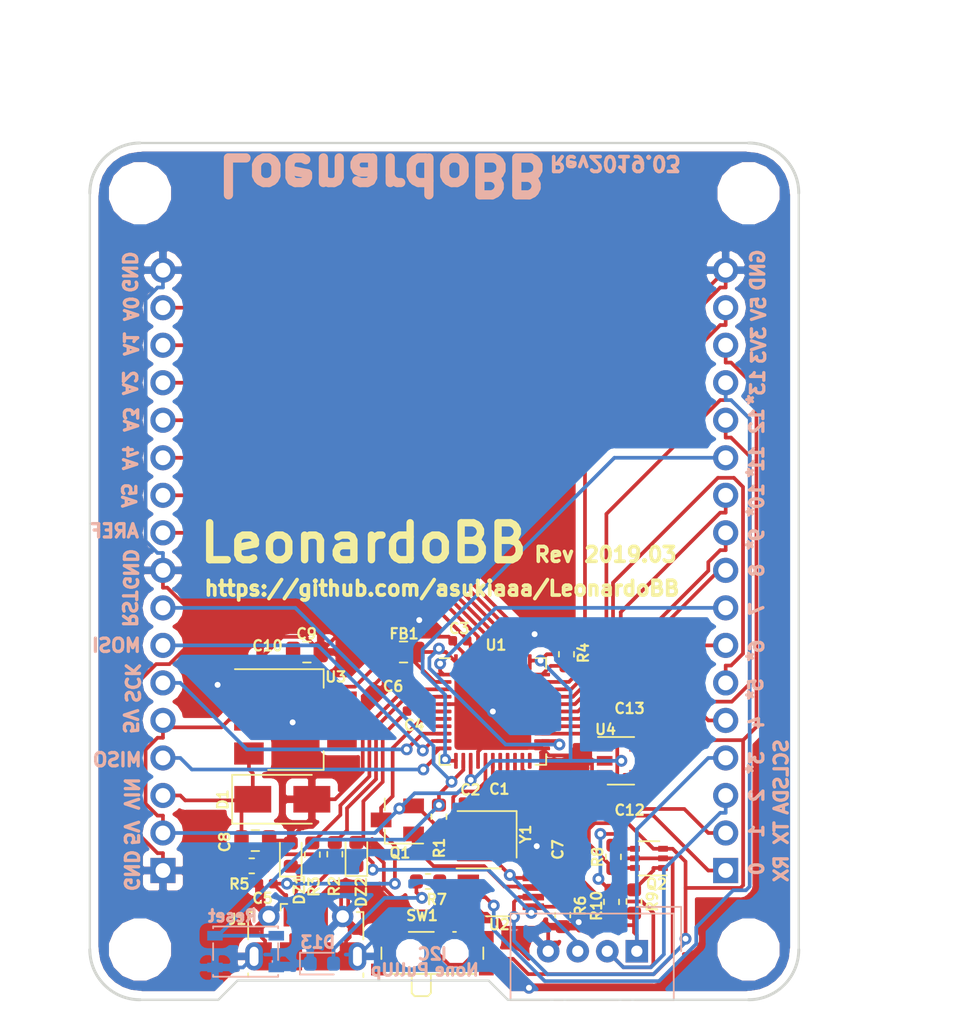
<source format=kicad_pcb>
(kicad_pcb (version 20171130) (host pcbnew 5.0.2-bee76a0~70~ubuntu18.04.1)
  (layers (0 F.Cu signal) (31 B.Cu signal) (34 B.Paste user) (35 F.Paste user) (36 B.SilkS user) (37 F.SilkS user) (38 B.Mask user) (39 F.Mask user) (44 Edge.Cuts user))
  (net 0 "")
  (net 1 "Net-(C1-Pad1)")
  (net 2 GND)
  (net 3 "Net-(C2-Pad1)")
  (net 4 AREF)
  (net 5 "Net-(C4-Pad1)")
  (net 6 VBUS)
  (net 7 "Net-(C6-Pad1)")
  (net 8 +5V)
  (net 9 RAW)
  (net 10 "Net-(C12-Pad1)")
  (net 11 +3V3)
  (net 12 "Net-(D2-Pad2)")
  (net 13 "Net-(DZ1-Pad1)")
  (net 14 "Net-(DZ2-Pad1)")
  (net 15 "Net-(J1-Pad4)")
  (net 16 D0_RX)
  (net 17 D1_TX)
  (net 18 D2_SDA)
  (net 19 D3_SCL)
  (net 20 D4)
  (net 21 D5_PWM)
  (net 22 D6_PWM)
  (net 23 D7)
  (net 24 D8)
  (net 25 D9_PWM)
  (net 26 D10_PWM)
  (net 27 D11_PWM)
  (net 28 D12)
  (net 29 D13_PWM)
  (net 30 RESET)
  (net 31 MOSI)
  (net 32 SCK)
  (net 33 MISO)
  (net 34 A5)
  (net 35 A4)
  (net 36 A3)
  (net 37 A2)
  (net 38 A1)
  (net 39 A0)
  (net 40 "Net-(Q1-Pad1)")
  (net 41 "Net-(Q2-Pad1)")
  (net 42 "Net-(Q2-Pad2)")
  (net 43 "Net-(Q2-Pad4)")
  (net 44 D+)
  (net 45 D-)
  (net 46 "Net-(R4-Pad1)")
  (net 47 "Net-(R5-Pad2)")
  (net 48 "Net-(R7-Pad1)")
  (net 49 "Net-(SW1-Pad3)")
  (net 50 "Net-(U1-Pad8)")
  (net 51 "Net-(U1-Pad22)")
  (module Capacitor_SMD:C_0805_2012Metric (layer F.Cu) (at 134.698 104.458)
    (fp_text reference C9 (at -0.0272 -1.2324) (layer F.SilkS) (effects (font (size 0.7 0.7))))
    (fp_text value 10u)
    (pad 1 smd roundrect (at -0.9375 0) (size 0.975 1.4) (layers F.Cu F.Paste F.Mask) (net 8 +5V))
    (pad 2 smd roundrect (at 0.9375 0) (size 0.975 1.4) (layers F.Cu F.Paste F.Mask) (net 2 GND))
  )
  (module Capacitor_SMD:C_0402_1005Metric (layer F.Cu) (at 147.724 114.618)
    (fp_text reference C1 (at 0.0024 -0.8768) (layer F.SilkS) (effects (font (size 0.7 0.7))))
    (fp_text value 22p)
    (pad 1 smd roundrect (at -0.485 0) (size 0.59 0.64) (layers F.Cu F.Paste F.Mask) (net 1 "Net-(C1-Pad1)"))
    (pad 2 smd roundrect (at 0.485 0) (size 0.59 0.64) (layers F.Cu F.Paste F.Mask) (net 2 GND))
  )
  (module Capacitor_SMD:C_0402_1005Metric (layer F.Cu) (at 145.756 114.618 180)
    (fp_text reference C2 (at -0.0146 0.826 180) (layer F.SilkS) (effects (font (size 0.7 0.7))))
    (fp_text value 22p)
    (pad 2 smd roundrect (at 0.485 0 180) (size 0.59 0.64) (layers F.Cu F.Paste F.Mask) (net 2 GND))
    (pad 1 smd roundrect (at -0.485 0 180) (size 0.59 0.64) (layers F.Cu F.Paste F.Mask) (net 3 "Net-(C2-Pad1)"))
  )
  (module Capacitor_SMD:C_0402_1005Metric (layer F.Cu) (at 145.057 103.696 180)
    (fp_text reference C3 (at 0.0484 0.826 180) (layer F.SilkS) (effects (font (size 0.7 0.7))))
    (fp_text value 100n)
    (pad 2 smd roundrect (at 0.485 0 180) (size 0.59 0.64) (layers F.Cu F.Paste F.Mask) (net 2 GND))
    (pad 1 smd roundrect (at -0.485 0 180) (size 0.59 0.64) (layers F.Cu F.Paste F.Mask) (net 4 AREF))
  )
  (module Capacitor_SMD:C_0402_1005Metric (layer F.Cu) (at 141.963 108.458 180)
    (fp_text reference C4 (at 0 -0.9652 180) (layer F.SilkS) (effects (font (size 0.7 0.7))))
    (fp_text value 1u)
    (pad 2 smd roundrect (at 0.485 0 180) (size 0.59 0.64) (layers F.Cu F.Paste F.Mask) (net 2 GND))
    (pad 1 smd roundrect (at -0.485 0 180) (size 0.59 0.64) (layers F.Cu F.Paste F.Mask) (net 5 "Net-(C4-Pad1)"))
  )
  (module Capacitor_SMD:C_0402_1005Metric (layer F.Cu) (at 131.93 120.142 180)
    (fp_text reference C5 (at 0.231 -0.9906 180) (layer F.SilkS) (effects (font (size 0.7 0.7))))
    (fp_text value 100n)
    (pad 2 smd roundrect (at 0.485 0 180) (size 0.59 0.64) (layers F.Cu F.Paste F.Mask) (net 2 GND))
    (pad 1 smd roundrect (at -0.485 0 180) (size 0.59 0.64) (layers F.Cu F.Paste F.Mask) (net 6 VBUS))
  )
  (module Capacitor_SMD:C_0402_1005Metric (layer F.Cu) (at 140.502 105.918 180)
    (fp_text reference C6 (at -0.0362 -0.8636 180) (layer F.SilkS) (effects (font (size 0.7 0.7))))
    (fp_text value 1u)
    (pad 1 smd roundrect (at -0.485 0 180) (size 0.59 0.64) (layers F.Cu F.Paste F.Mask) (net 7 "Net-(C6-Pad1)"))
    (pad 2 smd roundrect (at 0.485 0 180) (size 0.59 0.64) (layers F.Cu F.Paste F.Mask) (net 2 GND))
  )
  (module Capacitor_SMD:C_0402_1005Metric (layer F.Cu) (at 151.638 119.4665 90)
    (fp_text reference C7 (at 1.6359 0.0508 90) (layer F.SilkS) (effects (font (size 0.7 0.7))))
    (fp_text value 100n)
    (pad 1 smd roundrect (at -0.485 0 90) (size 0.59 0.64) (layers F.Cu F.Paste F.Mask) (net 8 +5V))
    (pad 2 smd roundrect (at 0.485 0 90) (size 0.59 0.64) (layers F.Cu F.Paste F.Mask) (net 2 GND))
  )
  (module Capacitor_SMD:C_0805_2012Metric (layer F.Cu) (at 131.206 117.221)
    (fp_text reference C8 (at -2.0724 0.1016 90) (layer F.SilkS) (effects (font (size 0.7 0.7))))
    (fp_text value 10u)
    (pad 2 smd roundrect (at 0.9375 0) (size 0.975 1.4) (layers F.Cu F.Paste F.Mask) (net 2 GND))
    (pad 1 smd roundrect (at -0.9375 0) (size 0.975 1.4) (layers F.Cu F.Paste F.Mask) (net 9 RAW))
  )
  (module Capacitor_SMD:C_0402_1005Metric (layer F.Cu) (at 132.016 104.966 180)
    (fp_text reference C10 (at -0.0132 0.9276 180) (layer F.SilkS) (effects (font (size 0.7 0.7))))
    (fp_text value 1u)
    (pad 1 smd roundrect (at -0.485 0 180) (size 0.59 0.64) (layers F.Cu F.Paste F.Mask) (net 8 +5V))
    (pad 2 smd roundrect (at 0.485 0 180) (size 0.59 0.64) (layers F.Cu F.Paste F.Mask) (net 2 GND))
  )
  (module Capacitor_SMD:C_0402_1005Metric (layer F.Cu) (at 156.55 114.173 180)
    (fp_text reference C12 (at 0 -0.9906 180) (layer F.SilkS) (effects (font (size 0.7 0.7))))
    (fp_text value 10n)
    (pad 1 smd roundrect (at -0.485 0 180) (size 0.59 0.64) (layers F.Cu F.Paste F.Mask) (net 10 "Net-(C12-Pad1)"))
    (pad 2 smd roundrect (at 0.485 0 180) (size 0.59 0.64) (layers F.Cu F.Paste F.Mask) (net 2 GND))
  )
  (module Capacitor_SMD:C_0402_1005Metric (layer F.Cu) (at 156.568 109.284 180)
    (fp_text reference C13 (at 0.0278 1.0038 180) (layer F.SilkS) (effects (font (size 0.7 0.7))))
    (fp_text value 2.2u)
    (pad 2 smd roundrect (at 0.485 0 180) (size 0.59 0.64) (layers F.Cu F.Paste F.Mask) (net 2 GND))
    (pad 1 smd roundrect (at -0.485 0 180) (size 0.59 0.64) (layers F.Cu F.Paste F.Mask) (net 11 +3V3))
  )
  (module Diode_SMD:D_SMA (layer F.Cu) (at 133.032 114.427)
    (fp_text reference D1 (at -4.0254 0.0254 90) (layer F.SilkS) (effects (font (size 0.7 0.7))))
    (fp_text value D)
    (pad 1 smd rect (at -2 0) (size 2.5 1.8) (layers F.Cu F.Paste F.Mask) (net 9 RAW))
    (pad 2 smd rect (at 2 0) (size 2.5 1.8) (layers F.Cu F.Paste F.Mask) (net 2 GND))
  )
  (module LED_SMD:LED_0603_1608Metric (layer B.Cu) (at 135.7122 125.5522)
    (fp_text reference D2 hide)
    (fp_text value LED hide)
    (pad 1 smd roundrect (at -0.7875 0) (size 0.875 0.95) (layers B.Cu B.Paste B.Mask) (net 2 GND))
    (pad 2 smd roundrect (at 0.7875 0) (size 0.875 0.95) (layers B.Cu B.Paste B.Mask) (net 12 "Net-(D2-Pad2)"))
  )
  (module Diode_SMD:D_0603_1608Metric (layer F.Cu) (at 133.604 118.174 90)
    (fp_text reference DZ1 (at -2.3744 0.5842 90) (layer F.SilkS) (effects (font (size 0.7 0.7))))
    (fp_text value CG0603MLC-05E)
    (pad 1 smd roundrect (at -0.7875 0 90) (size 0.875 0.95) (layers F.Cu F.Paste F.Mask) (net 13 "Net-(DZ1-Pad1)"))
    (pad 2 smd roundrect (at 0.7875 0 90) (size 0.875 0.95) (layers F.Cu F.Paste F.Mask) (net 2 GND))
  )
  (module Diode_SMD:D_0603_1608Metric (layer F.Cu) (at 138.049 118.136 90)
    (fp_text reference DZ2 (at -2.5648 0.3302 90) (layer F.SilkS) (effects (font (size 0.7 0.7))))
    (fp_text value CG0603MLC-05E)
    (pad 2 smd roundrect (at 0.7875 0 90) (size 0.875 0.95) (layers F.Cu F.Paste F.Mask) (net 2 GND))
    (pad 1 smd roundrect (at -0.7875 0 90) (size 0.875 0.95) (layers F.Cu F.Paste F.Mask) (net 14 "Net-(DZ2-Pad1)"))
  )
  (module Capacitor_SMD:C_0805_2012Metric (layer F.Cu) (at 141.239 104.458 180)
    (fp_text reference FB1 (at -0.0358 1.2324 180) (layer F.SilkS) (effects (font (size 0.7 0.7))))
    (fp_text value MH2029-300Y)
    (pad 2 smd roundrect (at 0.9375 0 180) (size 0.975 1.4) (layers F.Cu F.Paste F.Mask) (net 8 +5V))
    (pad 1 smd roundrect (at -0.9375 0 180) (size 0.975 1.4) (layers F.Cu F.Paste F.Mask) (net 7 "Net-(C6-Pad1)"))
  )
  (module Connector:NS-Tech_Grove_1x04_P2mm_Vertical (layer B.Cu) (at 157.035 124.714 90)
    (fp_text reference J4 hide)
    (fp_text value I2C)
    (pad 1 thru_hole rect (at 0 0 90) (size 1.524 1.524) (drill 0.762) (layers *.Cu *.Mask) (net 19 D3_SCL))
    (pad 2 thru_hole circle (at 0 -2 90) (size 1.524 1.524) (drill 0.762) (layers *.Cu *.Mask) (net 18 D2_SDA))
    (pad 3 thru_hole circle (at 0 -4 90) (size 1.524 1.524) (drill 0.762) (layers *.Cu *.Mask) (net 8 +5V))
    (pad 4 thru_hole circle (at 0 -6 90) (size 1.524 1.524) (drill 0.762) (layers *.Cu *.Mask) (net 2 GND))
  )
  (module Package_TO_SOT_SMD:SuperSOT-3 (layer F.Cu) (at 140.822 115.826 180)
    (fp_text reference Q1 (at -0.1734 -2.2332 180) (layer F.SilkS) (effects (font (size 0.7 0.7))))
    (fp_text value Q_PMOS_GSD)
    (pad 3 smd rect (at 1.1 0 180) (size 1.4 1) (layers F.Cu F.Paste F.Mask) (net 6 VBUS))
    (pad 2 smd rect (at -1.1 0.95 180) (size 1.4 1) (layers F.Cu F.Paste F.Mask) (net 8 +5V))
    (pad 1 smd rect (at -1.1 -0.95 180) (size 1.4 1) (layers F.Cu F.Paste F.Mask) (net 40 "Net-(Q1-Pad1)"))
  )
  (module Package_TO_SOT_SMD:SOT-363_SC-70-6 (layer F.Cu) (at 157.861 118.428 180)
    (fp_text reference Q2 (at -0.508 -1.7394 180) (layer F.SilkS) (effects (font (size 0.7 0.7))))
    (fp_text value Q_DUAL_PMOS_S1G1D2S2G2D1)
    (pad 1 smd rect (at -0.95 -0.65 180) (size 0.65 0.4) (layers F.Cu F.Paste F.Mask) (net 41 "Net-(Q2-Pad1)"))
    (pad 3 smd rect (at -0.95 0.65 180) (size 0.65 0.4) (layers F.Cu F.Paste F.Mask) (net 11 +3V3))
    (pad 5 smd rect (at 0.95 0 180) (size 0.65 0.4) (layers F.Cu F.Paste F.Mask) (net 42 "Net-(Q2-Pad2)"))
    (pad 2 smd rect (at -0.95 0 180) (size 0.65 0.4) (layers F.Cu F.Paste F.Mask) (net 42 "Net-(Q2-Pad2)"))
    (pad 4 smd rect (at 0.95 0.65 180) (size 0.65 0.4) (layers F.Cu F.Paste F.Mask) (net 43 "Net-(Q2-Pad4)"))
    (pad 6 smd rect (at 0.95 -0.65 180) (size 0.65 0.4) (layers F.Cu F.Paste F.Mask) (net 11 +3V3))
  )
  (module Resistor_SMD:R_0603_1608Metric (layer F.Cu) (at 143.637 115.608 90)
    (fp_text reference R1 (at -2.121 0.0254 90) (layer F.SilkS) (effects (font (size 0.7 0.7))))
    (fp_text value 10k)
    (pad 2 smd roundrect (at 0.7875 0 90) (size 0.875 0.95) (layers F.Cu F.Paste F.Mask) (net 30 RESET))
    (pad 1 smd roundrect (at -0.7875 0 90) (size 0.875 0.95) (layers F.Cu F.Paste F.Mask) (net 8 +5V))
  )
  (module Resistor_SMD:R_0603_1608Metric (layer F.Cu) (at 136.588 118.148 270)
    (fp_text reference R2 (at 2.1718 0.0376 270) (layer F.SilkS) (effects (font (size 0.7 0.7))))
    (fp_text value 22)
    (pad 2 smd roundrect (at 0.7875 0 270) (size 0.875 0.95) (layers F.Cu F.Paste F.Mask) (net 14 "Net-(DZ2-Pad1)"))
    (pad 1 smd roundrect (at -0.7875 0 270) (size 0.875 0.95) (layers F.Cu F.Paste F.Mask) (net 44 D+))
  )
  (module Resistor_SMD:R_0603_1608Metric (layer F.Cu) (at 135.064 118.174 90)
    (fp_text reference R3 (at -2.1712 0.1148 90) (layer F.SilkS) (effects (font (size 0.7 0.7))))
    (fp_text value 22)
    (pad 2 smd roundrect (at 0.7875 0 90) (size 0.875 0.95) (layers F.Cu F.Paste F.Mask) (net 45 D-))
    (pad 1 smd roundrect (at -0.7875 0 90) (size 0.875 0.95) (layers F.Cu F.Paste F.Mask) (net 13 "Net-(DZ1-Pad1)"))
  )
  (module Resistor_SMD:R_0603_1608Metric (layer F.Cu) (at 152.273 104.61 90)
    (fp_text reference R4 (at 0.089 1.143 90) (layer F.SilkS) (effects (font (size 0.7 0.7))))
    (fp_text value 10k)
    (pad 1 smd roundrect (at -0.7875 0 90) (size 0.875 0.95) (layers F.Cu F.Paste F.Mask) (net 46 "Net-(R4-Pad1)"))
    (pad 2 smd roundrect (at 0.7875 0 90) (size 0.875 0.95) (layers F.Cu F.Paste F.Mask) (net 2 GND))
  )
  (module Resistor_SMD:R_0603_1608Metric (layer F.Cu) (at 130.962 118.936)
    (fp_text reference R5 (at -0.8378 1.2314) (layer F.SilkS) (effects (font (size 0.7 0.7))))
    (fp_text value 10k)
    (pad 1 smd roundrect (at -0.7875 0) (size 0.875 0.95) (layers F.Cu F.Paste F.Mask) (net 9 RAW))
    (pad 2 smd roundrect (at 0.7875 0) (size 0.875 0.95) (layers F.Cu F.Paste F.Mask) (net 47 "Net-(R5-Pad2)"))
  )
  (module Resistor_SMD:R_0603_1608Metric (layer F.Cu) (at 152.019 122.263 270)
    (fp_text reference R6 (at -0.6224 -1.1938 270) (layer F.SilkS) (effects (font (size 0.7 0.7))))
    (fp_text value 10k)
    (pad 2 smd roundrect (at 0.7875 0 270) (size 0.875 0.95) (layers F.Cu F.Paste F.Mask) (net 2 GND))
    (pad 1 smd roundrect (at -0.7875 0 270) (size 0.875 0.95) (layers F.Cu F.Paste F.Mask) (net 47 "Net-(R5-Pad2)"))
  )
  (module Resistor_SMD:R_0603_1608Metric (layer F.Cu) (at 142.9003 119.9896 180)
    (fp_text reference R7 (at -0.5843 -1.2192 180) (layer F.SilkS) (effects (font (size 0.7 0.7))))
    (fp_text value 1k)
    (pad 1 smd roundrect (at -0.7875 0 180) (size 0.875 0.95) (layers F.Cu F.Paste F.Mask) (net 48 "Net-(R7-Pad1)"))
    (pad 2 smd roundrect (at 0.7875 0 180) (size 0.875 0.95) (layers F.Cu F.Paste F.Mask) (net 12 "Net-(D2-Pad2)"))
  )
  (module Resistor_SMD:R_0603_1608Metric (layer F.Cu) (at 155.448 118.326 90)
    (fp_text reference R8 (at -0.0126 -1.0668 90) (layer F.SilkS) (effects (font (size 0.7 0.7))))
    (fp_text value 10k)
    (pad 1 smd roundrect (at -0.7875 0 90) (size 0.875 0.95) (layers F.Cu F.Paste F.Mask) (net 11 +3V3))
    (pad 2 smd roundrect (at 0.7875 0 90) (size 0.875 0.95) (layers F.Cu F.Paste F.Mask) (net 42 "Net-(Q2-Pad2)"))
  )
  (module Resistor_SMD:R_0603_1608Metric (layer F.Cu) (at 156.845 121.348 90)
    (fp_text reference R9 (at -0.0132 1.2446 90) (layer F.SilkS) (effects (font (size 0.7 0.7))))
    (fp_text value 10k)
    (pad 1 smd roundrect (at -0.7875 0 90) (size 0.875 0.95) (layers F.Cu F.Paste F.Mask) (net 19 D3_SCL))
    (pad 2 smd roundrect (at 0.7875 0 90) (size 0.875 0.95) (layers F.Cu F.Paste F.Mask) (net 41 "Net-(Q2-Pad1)"))
  )
  (module Resistor_SMD:R_0603_1608Metric (layer F.Cu) (at 155.321 121.374 90)
    (fp_text reference R10 (at -0.2666 -1.016 90) (layer F.SilkS) (effects (font (size 0.7 0.7))))
    (fp_text value 10k)
    (pad 2 smd roundrect (at 0.7875 0 90) (size 0.875 0.95) (layers F.Cu F.Paste F.Mask) (net 43 "Net-(Q2-Pad4)"))
    (pad 1 smd roundrect (at -0.7875 0 90) (size 0.875 0.95) (layers F.Cu F.Paste F.Mask) (net 18 D2_SDA))
  )
  (module Button_Switch_SMD:SW_SPDT_PCM12 (layer F.Cu) (at 143.192 124.524)
    (fp_text reference SW1 (at -0.698 -2.223) (layer F.SilkS) (effects (font (size 0.7 0.7))))
    (fp_text value SW_SPDT)
    (pad "" np_thru_hole circle (at -1.5 0.33) (size 0.9 0.9) (drill 0.9) (layers *.Cu *.Mask))
    (pad "" np_thru_hole circle (at 1.5 0.33) (size 0.9 0.9) (drill 0.9) (layers *.Cu *.Mask))
    (pad 1 smd rect (at -2.25 -1.43) (size 0.7 1.5) (layers F.Cu F.Paste F.Mask) (net 42 "Net-(Q2-Pad2)"))
    (pad 2 smd rect (at 0.75 -1.43) (size 0.7 1.5) (layers F.Cu F.Paste F.Mask) (net 2 GND))
    (pad 3 smd rect (at 2.25 -1.43) (size 0.7 1.5) (layers F.Cu F.Paste F.Mask) (net 49 "Net-(SW1-Pad3)"))
    (pad "" smd rect (at -3.65 1.43) (size 1 0.8) (layers F.Cu F.Paste F.Mask))
    (pad "" smd rect (at 3.65 1.43) (size 1 0.8) (layers F.Cu F.Paste F.Mask))
    (pad "" smd rect (at 3.65 -0.78) (size 1 0.8) (layers F.Cu F.Paste F.Mask))
    (pad "" smd rect (at -3.65 -0.78) (size 1 0.8) (layers F.Cu F.Paste F.Mask))
  )
  (module Package_DFN_QFN:QFN-44-1EP_7x7mm_P0.5mm_EP5.2x5.2mm (layer F.Cu) (at 147.286 108.486)
    (fp_text reference U1 (at 0.2118 -4.4984) (layer F.SilkS) (effects (font (size 0.7 0.7))))
    (fp_text value ATmega32U4-MU)
    (pad 45 smd roundrect (at 0 0) (size 5.2 5.2) (layers F.Cu F.Mask) (roundrect_rratio 0.048) (net 2 GND))
    (pad 1 smd roundrect (at -3.3375 -2.5) (size 1.075 0.25) (layers F.Cu F.Paste F.Mask) (net 23 D7))
    (pad 2 smd roundrect (at -3.3375 -2) (size 1.075 0.25) (layers F.Cu F.Paste F.Mask) (net 7 "Net-(C6-Pad1)"))
    (pad 3 smd roundrect (at -3.3375 -1.5) (size 1.075 0.25) (layers F.Cu F.Paste F.Mask) (net 45 D-))
    (pad 4 smd roundrect (at -3.3375 -1) (size 1.075 0.25) (layers F.Cu F.Paste F.Mask) (net 44 D+))
    (pad 5 smd roundrect (at -3.3375 -0.5) (size 1.075 0.25) (layers F.Cu F.Paste F.Mask) (net 2 GND))
    (pad 6 smd roundrect (at -3.3375 0) (size 1.075 0.25) (layers F.Cu F.Paste F.Mask) (net 5 "Net-(C4-Pad1)"))
    (pad 7 smd roundrect (at -3.3375 0.5) (size 1.075 0.25) (layers F.Cu F.Paste F.Mask) (net 6 VBUS))
    (pad 8 smd roundrect (at -3.3375 1) (size 1.075 0.25) (layers F.Cu F.Paste F.Mask) (net 50 "Net-(U1-Pad8)"))
    (pad 9 smd roundrect (at -3.3375 1.5) (size 1.075 0.25) (layers F.Cu F.Paste F.Mask) (net 32 SCK))
    (pad 10 smd roundrect (at -3.3375 2) (size 1.075 0.25) (layers F.Cu F.Paste F.Mask) (net 31 MOSI))
    (pad 11 smd roundrect (at -3.3375 2.5) (size 1.075 0.25) (layers F.Cu F.Paste F.Mask) (net 33 MISO))
    (pad 12 smd roundrect (at -2.5 3.3375) (size 0.25 1.075) (layers F.Cu F.Paste F.Mask) (net 27 D11_PWM))
    (pad 13 smd roundrect (at -2 3.3375) (size 0.25 1.075) (layers F.Cu F.Paste F.Mask) (net 30 RESET))
    (pad 14 smd roundrect (at -1.5 3.3375) (size 0.25 1.075) (layers F.Cu F.Paste F.Mask) (net 8 +5V))
    (pad 15 smd roundrect (at -1 3.3375) (size 0.25 1.075) (layers F.Cu F.Paste F.Mask) (net 2 GND))
    (pad 16 smd roundrect (at -0.5 3.3375) (size 0.25 1.075) (layers F.Cu F.Paste F.Mask) (net 3 "Net-(C2-Pad1)"))
    (pad 17 smd roundrect (at 0 3.3375) (size 0.25 1.075) (layers F.Cu F.Paste F.Mask) (net 1 "Net-(C1-Pad1)"))
    (pad 18 smd roundrect (at 0.5 3.3375) (size 0.25 1.075) (layers F.Cu F.Paste F.Mask) (net 19 D3_SCL))
    (pad 19 smd roundrect (at 1 3.3375) (size 0.25 1.075) (layers F.Cu F.Paste F.Mask) (net 18 D2_SDA))
    (pad 20 smd roundrect (at 1.5 3.3375) (size 0.25 1.075) (layers F.Cu F.Paste F.Mask) (net 16 D0_RX))
    (pad 21 smd roundrect (at 2 3.3375) (size 0.25 1.075) (layers F.Cu F.Paste F.Mask) (net 17 D1_TX))
    (pad 22 smd roundrect (at 2.5 3.3375) (size 0.25 1.075) (layers F.Cu F.Paste F.Mask) (net 51 "Net-(U1-Pad22)"))
    (pad 23 smd roundrect (at 3.3375 2.5) (size 1.075 0.25) (layers F.Cu F.Paste F.Mask) (net 2 GND))
    (pad 24 smd roundrect (at 3.3375 2) (size 1.075 0.25) (layers F.Cu F.Paste F.Mask) (net 7 "Net-(C6-Pad1)"))
    (pad 25 smd roundrect (at 3.3375 1.5) (size 1.075 0.25) (layers F.Cu F.Paste F.Mask) (net 20 D4))
    (pad 26 smd roundrect (at 3.3375 1) (size 1.075 0.25) (layers F.Cu F.Paste F.Mask) (net 28 D12))
    (pad 27 smd roundrect (at 3.3375 0.5) (size 1.075 0.25) (layers F.Cu F.Paste F.Mask) (net 22 D6_PWM))
    (pad 28 smd roundrect (at 3.3375 0) (size 1.075 0.25) (layers F.Cu F.Paste F.Mask) (net 24 D8))
    (pad 29 smd roundrect (at 3.3375 -0.5) (size 1.075 0.25) (layers F.Cu F.Paste F.Mask) (net 25 D9_PWM))
    (pad 30 smd roundrect (at 3.3375 -1) (size 1.075 0.25) (layers F.Cu F.Paste F.Mask) (net 26 D10_PWM))
    (pad 31 smd roundrect (at 3.3375 -1.5) (size 1.075 0.25) (layers F.Cu F.Paste F.Mask) (net 21 D5_PWM))
    (pad 32 smd roundrect (at 3.3375 -2) (size 1.075 0.25) (layers F.Cu F.Paste F.Mask) (net 29 D13_PWM))
    (pad 33 smd roundrect (at 3.3375 -2.5) (size 1.075 0.25) (layers F.Cu F.Paste F.Mask) (net 46 "Net-(R4-Pad1)"))
    (pad 34 smd roundrect (at 2.5 -3.3375) (size 0.25 1.075) (layers F.Cu F.Paste F.Mask) (net 8 +5V))
    (pad 35 smd roundrect (at 2 -3.3375) (size 0.25 1.075) (layers F.Cu F.Paste F.Mask) (net 2 GND))
    (pad 36 smd roundrect (at 1.5 -3.3375) (size 0.25 1.075) (layers F.Cu F.Paste F.Mask) (net 39 A0))
    (pad 37 smd roundrect (at 1 -3.3375) (size 0.25 1.075) (layers F.Cu F.Paste F.Mask) (net 38 A1))
    (pad 38 smd roundrect (at 0.5 -3.3375) (size 0.25 1.075) (layers F.Cu F.Paste F.Mask) (net 37 A2))
    (pad 39 smd roundrect (at 0 -3.3375) (size 0.25 1.075) (layers F.Cu F.Paste F.Mask) (net 36 A3))
    (pad 40 smd roundrect (at -0.5 -3.3375) (size 0.25 1.075) (layers F.Cu F.Paste F.Mask) (net 35 A4))
    (pad 41 smd roundrect (at -1 -3.3375) (size 0.25 1.075) (layers F.Cu F.Paste F.Mask) (net 34 A5))
    (pad 42 smd roundrect (at -1.5 -3.3375) (size 0.25 1.075) (layers F.Cu F.Paste F.Mask) (net 4 AREF))
    (pad 43 smd roundrect (at -2 -3.3375) (size 0.25 1.075) (layers F.Cu F.Paste F.Mask) (net 2 GND))
    (pad 44 smd roundrect (at -2.5 -3.3375) (size 0.25 1.075) (layers F.Cu F.Paste F.Mask) (net 7 "Net-(C6-Pad1)"))
  )
  (module Package_TO_SOT_SMD:SOT-223-3_TabPin2 (layer F.Cu) (at 133.922 109.03)
    (fp_text reference U3 (at 2.73 -2.8834) (layer F.SilkS) (effects (font (size 0.7 0.7))))
    (fp_text value NCP1117-5.0_SOT223)
    (pad 2 smd rect (at 3.15 0) (size 2 3.8) (layers F.Cu F.Paste F.Mask) (net 8 +5V))
    (pad 2 smd rect (at -3.15 0) (size 2 1.5) (layers F.Cu F.Paste F.Mask) (net 8 +5V))
    (pad 3 smd rect (at -3.15 2.3) (size 2 1.5) (layers F.Cu F.Paste F.Mask) (net 9 RAW))
    (pad 1 smd rect (at -3.15 -2.3) (size 2 1.5) (layers F.Cu F.Paste F.Mask) (net 2 GND))
  )
  (module Package_TO_SOT_SMD:SOT-23-5 (layer F.Cu) (at 155.956 111.824)
    (fp_text reference U4 (at -1.0414 -2.1214) (layer F.SilkS) (effects (font (size 0.7 0.7))))
    (fp_text value LP2985-3.3)
    (pad 1 smd rect (at -1.1 -0.95) (size 1.06 0.65) (layers F.Cu F.Paste F.Mask) (net 8 +5V))
    (pad 2 smd rect (at -1.1 0) (size 1.06 0.65) (layers F.Cu F.Paste F.Mask) (net 2 GND))
    (pad 3 smd rect (at -1.1 0.95) (size 1.06 0.65) (layers F.Cu F.Paste F.Mask) (net 8 +5V))
    (pad 4 smd rect (at 1.1 0.95) (size 1.06 0.65) (layers F.Cu F.Paste F.Mask) (net 10 "Net-(C12-Pad1)"))
    (pad 5 smd rect (at 1.1 -0.95) (size 1.06 0.65) (layers F.Cu F.Paste F.Mask) (net 11 +3V3))
  )
  (module Crystal:Crystal_SMD_SeikoEpson_TSX3225-4Pin_3.2x2.5mm (layer F.Cu) (at 146.896 116.802 180)
    (fp_text reference Y1 (at -2.6084 0.0128 270) (layer F.SilkS) (effects (font (size 0.7 0.7))))
    (fp_text value Crystal_GND24)
    (pad 1 smd rect (at -1.1 0.8 180) (size 1.4 1.15) (layers F.Cu F.Paste F.Mask) (net 1 "Net-(C1-Pad1)"))
    (pad 2 smd rect (at 1.1 0.8 180) (size 1.4 1.15) (layers F.Cu F.Paste F.Mask) (net 2 GND))
    (pad 3 smd rect (at 1.1 -0.8 180) (size 1.4 1.15) (layers F.Cu F.Paste F.Mask) (net 3 "Net-(C2-Pad1)"))
    (pad 4 smd rect (at -1.1 -0.8 180) (size 1.4 1.15) (layers F.Cu F.Paste F.Mask) (net 2 GND))
  )
  (module MountingHole:MountingHole_3.2mm_M3 (layer F.Cu) (at 123.4 73.4)
    (fp_text reference REF1 hide)
    (fp_text value MountingHole_3.2mm_M3)
    (pad 1 np_thru_hole circle (at 0 0) (size 3.2 3.2) (drill 3.2) (layers *.Cu *.Mask))
  )
  (module MountingHole:MountingHole_3.2mm_M3 (layer F.Cu) (at 164.6 73.4)
    (fp_text reference REF2 hide)
    (fp_text value MountingHole_3.2mm_M3)
    (pad 1 np_thru_hole circle (at 0 0) (size 3.2 3.2) (drill 3.2) (layers *.Cu *.Mask))
  )
  (module MountingHole:MountingHole_3.2mm_M3 (layer F.Cu) (at 123.4 124.6)
    (fp_text reference REF3 hide)
    (fp_text value MountingHole_3.2mm_M3)
    (pad 1 np_thru_hole circle (at 0 0) (size 3.2 3.2) (drill 3.2) (layers *.Cu *.Mask))
  )
  (module MountingHole:MountingHole_3.2mm_M3 (layer F.Cu) (at 164.6 124.6)
    (fp_text reference REF4 hide)
    (fp_text value MountingHole_3.2mm_M3)
    (pad 1 np_thru_hole circle (at 0 0) (size 3.2 3.2) (drill 3.2) (layers *.Cu *.Mask))
  )
  (module Footprints:PinSocket_1x17_P2.54mm_Vertical_without_silk (layer B.Cu) (at 163.05 119.25)
    (fp_text reference J2 hide)
    (fp_text value Conn_01x17)
    (pad 17 thru_hole oval (at 0 -40.64) (size 1.7 1.7) (drill 1) (layers *.Cu *.Mask) (net 2 GND))
    (pad 16 thru_hole oval (at 0 -38.1) (size 1.7 1.7) (drill 1) (layers *.Cu *.Mask) (net 8 +5V))
    (pad 15 thru_hole oval (at 0 -35.56) (size 1.7 1.7) (drill 1) (layers *.Cu *.Mask) (net 11 +3V3))
    (pad 14 thru_hole oval (at 0 -33.02) (size 1.7 1.7) (drill 1) (layers *.Cu *.Mask) (net 29 D13_PWM))
    (pad 13 thru_hole oval (at 0 -30.48) (size 1.7 1.7) (drill 1) (layers *.Cu *.Mask) (net 28 D12))
    (pad 12 thru_hole oval (at 0 -27.94) (size 1.7 1.7) (drill 1) (layers *.Cu *.Mask) (net 27 D11_PWM))
    (pad 11 thru_hole oval (at 0 -25.4) (size 1.7 1.7) (drill 1) (layers *.Cu *.Mask) (net 26 D10_PWM))
    (pad 10 thru_hole oval (at 0 -22.86) (size 1.7 1.7) (drill 1) (layers *.Cu *.Mask) (net 25 D9_PWM))
    (pad 9 thru_hole oval (at 0 -20.32) (size 1.7 1.7) (drill 1) (layers *.Cu *.Mask) (net 24 D8))
    (pad 8 thru_hole oval (at 0 -17.78) (size 1.7 1.7) (drill 1) (layers *.Cu *.Mask) (net 23 D7))
    (pad 7 thru_hole oval (at 0 -15.24) (size 1.7 1.7) (drill 1) (layers *.Cu *.Mask) (net 22 D6_PWM))
    (pad 6 thru_hole oval (at 0 -12.7) (size 1.7 1.7) (drill 1) (layers *.Cu *.Mask) (net 21 D5_PWM))
    (pad 5 thru_hole oval (at 0 -10.16) (size 1.7 1.7) (drill 1) (layers *.Cu *.Mask) (net 20 D4))
    (pad 4 thru_hole oval (at 0 -7.62) (size 1.7 1.7) (drill 1) (layers *.Cu *.Mask) (net 19 D3_SCL))
    (pad 3 thru_hole oval (at 0 -5.08) (size 1.7 1.7) (drill 1) (layers *.Cu *.Mask) (net 18 D2_SDA))
    (pad 2 thru_hole oval (at 0 -2.54) (size 1.7 1.7) (drill 1) (layers *.Cu *.Mask) (net 17 D1_TX))
    (pad 1 thru_hole rect (at 0 0) (size 1.7 1.7) (drill 1) (layers *.Cu *.Mask) (net 16 D0_RX))
  )
  (module Footprints:PinSocket_1x17_P2.54mm_Vertical_without_silk (layer B.Cu) (at 124.95 119.25)
    (fp_text reference J3 hide)
    (fp_text value Conn_01x17)
    (pad 1 thru_hole rect (at 0 0) (size 1.7 1.7) (drill 1) (layers *.Cu *.Mask) (net 2 GND))
    (pad 2 thru_hole oval (at 0 -2.54) (size 1.7 1.7) (drill 1) (layers *.Cu *.Mask) (net 8 +5V))
    (pad 3 thru_hole oval (at 0 -5.08) (size 1.7 1.7) (drill 1) (layers *.Cu *.Mask) (net 9 RAW))
    (pad 4 thru_hole oval (at 0 -7.62) (size 1.7 1.7) (drill 1) (layers *.Cu *.Mask) (net 33 MISO))
    (pad 5 thru_hole oval (at 0 -10.16) (size 1.7 1.7) (drill 1) (layers *.Cu *.Mask) (net 8 +5V))
    (pad 6 thru_hole oval (at 0 -12.7) (size 1.7 1.7) (drill 1) (layers *.Cu *.Mask) (net 32 SCK))
    (pad 7 thru_hole oval (at 0 -15.24) (size 1.7 1.7) (drill 1) (layers *.Cu *.Mask) (net 31 MOSI))
    (pad 8 thru_hole oval (at 0 -17.78) (size 1.7 1.7) (drill 1) (layers *.Cu *.Mask) (net 30 RESET))
    (pad 9 thru_hole oval (at 0 -20.32) (size 1.7 1.7) (drill 1) (layers *.Cu *.Mask) (net 2 GND))
    (pad 10 thru_hole oval (at 0 -22.86) (size 1.7 1.7) (drill 1) (layers *.Cu *.Mask) (net 4 AREF))
    (pad 11 thru_hole oval (at 0 -25.4) (size 1.7 1.7) (drill 1) (layers *.Cu *.Mask) (net 34 A5))
    (pad 12 thru_hole oval (at 0 -27.94) (size 1.7 1.7) (drill 1) (layers *.Cu *.Mask) (net 35 A4))
    (pad 13 thru_hole oval (at 0 -30.48) (size 1.7 1.7) (drill 1) (layers *.Cu *.Mask) (net 36 A3))
    (pad 14 thru_hole oval (at 0 -33.02) (size 1.7 1.7) (drill 1) (layers *.Cu *.Mask) (net 37 A2))
    (pad 15 thru_hole oval (at 0 -35.56) (size 1.7 1.7) (drill 1) (layers *.Cu *.Mask) (net 38 A1))
    (pad 16 thru_hole oval (at 0 -38.1) (size 1.7 1.7) (drill 1) (layers *.Cu *.Mask) (net 39 A0))
    (pad 17 thru_hole oval (at 0 -40.64) (size 1.7 1.7) (drill 1) (layers *.Cu *.Mask) (net 2 GND))
  )
  (module Connector_USB:USB_Micro-B_Molex-105017-0001 (layer F.Cu) (at 134.62 123.825)
    (fp_text reference J1 (at -4.6228 -1.27) (layer F.SilkS) (effects (font (size 0.7 0.7))))
    (fp_text value USB_B_Micro)
    (pad 6 smd rect (at 1 1.2375) (size 1.5 1.9) (layers F.Cu F.Paste F.Mask) (net 2 GND))
    (pad 6 thru_hole circle (at -2.5 -1.4625) (size 1.45 1.45) (drill 0.85) (layers *.Cu *.Mask) (net 2 GND))
    (pad 2 smd rect (at -0.65 -1.4625) (size 0.4 1.35) (layers F.Cu F.Paste F.Mask) (net 13 "Net-(DZ1-Pad1)"))
    (pad 1 smd rect (at -1.3 -1.4625) (size 0.4 1.35) (layers F.Cu F.Paste F.Mask) (net 6 VBUS))
    (pad 5 smd rect (at 1.3 -1.4625) (size 0.4 1.35) (layers F.Cu F.Paste F.Mask) (net 2 GND))
    (pad 4 smd rect (at 0.65 -1.4625) (size 0.4 1.35) (layers F.Cu F.Paste F.Mask) (net 15 "Net-(J1-Pad4)"))
    (pad 3 smd rect (at 0 -1.4625) (size 0.4 1.35) (layers F.Cu F.Paste F.Mask) (net 14 "Net-(DZ2-Pad1)"))
    (pad 6 thru_hole circle (at 2.5 -1.4625) (size 1.45 1.45) (drill 0.85) (layers *.Cu *.Mask) (net 2 GND))
    (pad 6 smd rect (at -1 1.2375) (size 1.5 1.9) (layers F.Cu F.Paste F.Mask) (net 2 GND))
    (pad 6 thru_hole oval (at -3.5 1.2375 180) (size 1.2 1.9) (drill oval 0.6 1.3) (layers *.Cu *.Mask) (net 2 GND))
    (pad 6 thru_hole oval (at 3.5 1.2375) (size 1.2 1.9) (drill oval 0.6 1.3) (layers *.Cu *.Mask) (net 2 GND))
    (pad 6 smd rect (at 2.9 1.2375) (size 1.2 1.9) (layers F.Cu F.Mask) (net 2 GND))
    (pad 6 smd rect (at -2.9 1.2375) (size 1.2 1.9) (layers F.Cu F.Mask) (net 2 GND))
  )
  (module Package_SO:VSSOP-8_3.0x3.0mm_P0.65mm (layer F.Cu) (at 147.828 120.7262)
    (fp_text reference U2 (at -0.1016 2.1844) (layer F.SilkS) (effects (font (size 0.7 0.7))))
    (fp_text value LMV358)
    (pad 1 smd rect (at -2.2 -0.975 270) (size 0.45 1.45) (layers F.Cu F.Paste F.Mask) (net 48 "Net-(R7-Pad1)"))
    (pad 2 smd rect (at -2.2 -0.325 270) (size 0.45 1.45) (layers F.Cu F.Paste F.Mask) (net 48 "Net-(R7-Pad1)"))
    (pad 3 smd rect (at -2.2 0.325 270) (size 0.45 1.45) (layers F.Cu F.Paste F.Mask) (net 29 D13_PWM))
    (pad 4 smd rect (at -2.2 0.975 270) (size 0.45 1.45) (layers F.Cu F.Paste F.Mask) (net 2 GND))
    (pad 5 smd rect (at 2.2 0.975 270) (size 0.45 1.45) (layers F.Cu F.Paste F.Mask) (net 47 "Net-(R5-Pad2)"))
    (pad 6 smd rect (at 2.2 0.325 270) (size 0.45 1.45) (layers F.Cu F.Paste F.Mask) (net 11 +3V3))
    (pad 7 smd rect (at 2.2 -0.325 270) (size 0.45 1.45) (layers F.Cu F.Paste F.Mask) (net 40 "Net-(Q1-Pad1)"))
    (pad 8 smd rect (at 2.2 -0.975 270) (size 0.45 1.45) (layers F.Cu F.Paste F.Mask) (net 8 +5V))
  )
  (module Button_Switch_SMD:SW_SPST_PTS810 (layer B.Cu) (at 130.5482 124.7394 180)
    (fp_text reference SW2 hide)
    (fp_text value SW_Push)
    (pad 1 smd rect (at -2.075 1.075 180) (size 1.05 0.65) (layers B.Cu B.Paste B.Mask) (net 30 RESET))
    (pad 1 smd rect (at 2.075 1.075 180) (size 1.05 0.65) (layers B.Cu B.Paste B.Mask) (net 30 RESET))
    (pad 2 smd rect (at -2.075 -1.075 180) (size 1.05 0.65) (layers B.Cu B.Paste B.Mask) (net 2 GND))
    (pad 2 smd rect (at 2.075 -1.075 180) (size 1.05 0.65) (layers B.Cu B.Paste B.Mask) (net 2 GND))
  )
  (gr_text D13 (at 135.4328 124.1044) (layer B.SilkS) (effects (font (size 0.8 0.8) (thickness 0.2)) (justify mirror)))
  (gr_text Reset (at 129.667 122.3264) (layer B.SilkS) (effects (font (size 0.8 0.8) (thickness 0.2)) (justify mirror)))
  (gr_text * (at 164.9476 112.3696 90) (layer B.SilkS) (effects (font (size 0.9 0.9) (thickness 0.225)) (justify mirror)))
  (gr_text * (at 164.9476 97.2058 90) (layer B.SilkS) (effects (font (size 0.9 0.9) (thickness 0.225)) (justify mirror)))
  (gr_text * (at 164.973 94.9706 90) (layer B.SilkS) (effects (font (size 0.9 0.9) (thickness 0.225)) (justify mirror)))
  (gr_text * (at 164.973 92.3036 90) (layer B.SilkS) (effects (font (size 0.9 0.9) (thickness 0.225)) (justify mirror)))
  (gr_text * (at 164.973 87.376 90) (layer B.SilkS) (effects (font (size 0.9 0.9) (thickness 0.225)) (justify mirror)))
  (gr_text * (at 164.973 104.7496 90) (layer B.SilkS) (effects (font (size 0.9 0.9) (thickness 0.225)) (justify mirror)))
  (gr_text * (at 164.973 107.3658 90) (layer B.SilkS) (effects (font (size 0.9 0.9) (thickness 0.225)) (justify mirror)))
  (gr_text RX (at 166.8145 119.126 90) (layer B.SilkS) (effects (font (size 0.9 0.9) (thickness 0.225)) (justify mirror)))
  (gr_text TX (at 166.8145 116.713 90) (layer B.SilkS) (effects (font (size 0.9 0.9) (thickness 0.225)) (justify mirror)))
  (gr_text SCL (at 166.8145 111.633 90) (layer B.SilkS) (effects (font (size 0.9 0.9) (thickness 0.225)) (justify mirror)))
  (gr_text SDA (at 166.8145 114.173 90) (layer B.SilkS) (effects (font (size 0.9 0.9) (thickness 0.225)) (justify mirror)))
  (gr_text Rev2019.03 (at 155.575 71.374 180) (layer B.SilkS) (effects (font (size 1 1) (thickness 0.25)) (justify mirror)))
  (gr_text LoenardoBB (at 139.8016 72.136 180) (layer B.SilkS) (effects (font (size 2.5 2.5) (thickness 0.625)) (justify mirror)))
  (gr_text I2C (at 143.1925 124.9045) (layer B.SilkS) (effects (font (size 0.8 0.8) (thickness 0.2)) (justify mirror)))
  (gr_text None (at 144.8308 125.984) (layer B.SilkS) (effects (font (size 0.8 0.8) (thickness 0.2)) (justify mirror)))
  (gr_text PullUp (at 140.9954 125.984) (layer B.SilkS) (effects (font (size 0.8 0.8) (thickness 0.2)) (justify mirror)))
  (gr_text https://github.com/asukiaaa/LeonardoBB (at 143.8402 100.1522) (layer F.SilkS) (effects (font (size 1 1) (thickness 0.25))))
  (gr_text "Rev 2019.03" (at 154.9146 97.8662) (layer F.SilkS) (effects (font (size 1 1) (thickness 0.25))))
  (gr_text LeonardoBB (at 138.5316 97.0788) (layer F.SilkS) (effects (font (size 2.5 2.5) (thickness 0.5))))
  (gr_text 0 (at 165.1635 119.126 90) (layer B.SilkS) (effects (font (size 0.9 0.9) (thickness 0.225)) (justify mirror)))
  (gr_text 1 (at 165.1635 116.586 90) (layer B.SilkS) (effects (font (size 0.9 0.9) (thickness 0.225)) (justify mirror)))
  (gr_text 2 (at 165.1635 114.173 90) (layer B.SilkS) (effects (font (size 0.9 0.9) (thickness 0.225)) (justify mirror)))
  (gr_text 3 (at 165.1635 111.633 90) (layer B.SilkS) (effects (font (size 0.9 0.9) (thickness 0.225)) (justify mirror)))
  (gr_text 4 (at 165.1635 109.22 90) (layer B.SilkS) (effects (font (size 0.9 0.9) (thickness 0.225)) (justify mirror)))
  (gr_text 5 (at 165.1 106.68 90) (layer B.SilkS) (effects (font (size 0.9 0.9) (thickness 0.225)) (justify mirror)))
  (gr_text 6 (at 165.1635 104.0765 90) (layer B.SilkS) (effects (font (size 0.9 0.9) (thickness 0.225)) (justify mirror)))
  (gr_text 7 (at 165.1635 101.5365 90) (layer B.SilkS) (effects (font (size 0.9 0.9) (thickness 0.225)) (justify mirror)))
  (gr_text 8 (at 165.1635 98.933 90) (layer B.SilkS) (effects (font (size 0.9 0.9) (thickness 0.225)) (justify mirror)))
  (gr_text 9 (at 165.1635 96.52 90) (layer B.SilkS) (effects (font (size 0.9 0.9) (thickness 0.225)) (justify mirror)))
  (gr_text 10 (at 165.1635 93.9165 90) (layer B.SilkS) (effects (font (size 0.9 0.9) (thickness 0.225)) (justify mirror)))
  (gr_text 11 (at 165.1635 91.3765 90) (layer B.SilkS) (effects (font (size 0.9 0.9) (thickness 0.225)) (justify mirror)))
  (gr_text 12 (at 165.1635 88.8365 90) (layer B.SilkS) (effects (font (size 0.9 0.9) (thickness 0.225)) (justify mirror)))
  (gr_text 13 (at 165.227 86.233 90) (layer B.SilkS) (effects (font (size 0.9 0.9) (thickness 0.225)) (justify mirror)))
  (gr_text 3V3 (at 165.2905 83.693 90) (layer B.SilkS) (effects (font (size 0.9 0.9) (thickness 0.225)) (justify mirror)))
  (gr_text 5V (at 165.2905 81.2165 90) (layer B.SilkS) (effects (font (size 0.9 0.9) (thickness 0.225)) (justify mirror)))
  (gr_text GND (at 165.227 78.613 90) (layer B.SilkS) (effects (font (size 0.9 0.9) (thickness 0.225)) (justify mirror)))
  (gr_text GND (at 122.809 119.253 270) (layer B.SilkS) (effects (font (size 0.9 0.9) (thickness 0.225)) (justify mirror)))
  (gr_text 5V (at 122.809 116.713 270) (layer B.SilkS) (effects (font (size 0.9 0.9) (thickness 0.225)) (justify mirror)))
  (gr_text VIN (at 122.809 114.046 270) (layer B.SilkS) (effects (font (size 0.9 0.9) (thickness 0.225)) (justify mirror)))
  (gr_text MISO (at 121.8565 111.76) (layer B.SilkS) (effects (font (size 0.9 0.9) (thickness 0.225)) (justify mirror)))
  (gr_text 5V (at 122.7455 109.1565 270) (layer B.SilkS) (effects (font (size 0.9 0.9) (thickness 0.225)) (justify mirror)))
  (gr_text SCK (at 122.8725 106.553 270) (layer B.SilkS) (effects (font (size 0.9 0.9) (thickness 0.225)) (justify mirror)))
  (gr_text MOSI (at 121.793 104.013) (layer B.SilkS) (effects (font (size 0.9 0.9) (thickness 0.225)) (justify mirror)))
  (gr_text RST (at 122.682 101.5365 270) (layer B.SilkS) (effects (font (size 0.9 0.9) (thickness 0.225)) (justify mirror)))
  (gr_text GND (at 122.7455 98.8695 270) (layer B.SilkS) (effects (font (size 0.9 0.9) (thickness 0.225)) (justify mirror)))
  (gr_text AREF (at 121.666 96.266) (layer B.SilkS) (effects (font (size 0.9 0.9) (thickness 0.225)) (justify mirror)))
  (gr_text A5 (at 122.6185 93.853 270) (layer B.SilkS) (effects (font (size 0.9 0.9) (thickness 0.225)) (justify mirror)))
  (gr_text A4 (at 122.682 91.313 270) (layer B.SilkS) (effects (font (size 0.9 0.9) (thickness 0.225)) (justify mirror)))
  (gr_text A3 (at 122.7455 88.7095 270) (layer B.SilkS) (effects (font (size 0.9 0.9) (thickness 0.225)) (justify mirror)))
  (gr_text A2 (at 122.682 86.233 270) (layer B.SilkS) (effects (font (size 0.9 0.9) (thickness 0.225)) (justify mirror)))
  (gr_text A1 (at 122.7455 83.566 270) (layer B.SilkS) (effects (font (size 0.9 0.9) (thickness 0.225)) (justify mirror)))
  (gr_text A0 (at 122.7455 81.2165 270) (layer B.SilkS) (effects (font (size 0.9 0.9) (thickness 0.225)) (justify mirror)))
  (gr_text GND (at 122.682 78.74 270) (layer B.SilkS) (effects (font (size 0.9 0.9) (thickness 0.225)) (justify mirror)))
  (gr_line (start 123.4 128) (end 128.7 128) (layer Edge.Cuts) (width 0.15))
  (gr_line (start 147 126.7) (end 148.3 128) (layer Edge.Cuts) (width 0.15))
  (gr_line (start 130 126.7) (end 147 126.7) (layer Edge.Cuts) (width 0.15))
  (gr_line (start 128.7 128) (end 130 126.7) (layer Edge.Cuts) (width 0.15))
  (gr_arc (start 123.4 73.4) (end 123.4 70) (angle -90) (layer Edge.Cuts) (width 0.2))
  (gr_arc (start 164.6 73.4) (end 164.6 70) (angle 90) (layer Edge.Cuts) (width 0.2))
  (gr_arc (start 164.6 124.6) (end 164.6 128) (angle -90) (layer Edge.Cuts) (width 0.2))
  (gr_arc (start 123.4 124.6) (end 120 124.6) (angle -90) (layer Edge.Cuts) (width 0.2))
  (gr_line (start 164.6 70) (end 123.4 70) (layer Edge.Cuts) (width 0.15))
  (gr_line (start 168 124.6) (end 168 73.4) (layer Edge.Cuts) (width 0.15))
  (gr_line (start 148.3 128) (end 164.6 128) (layer Edge.Cuts) (width 0.15))
  (gr_line (start 120 73.4) (end 120 124.6) (layer Edge.Cuts) (width 0.15))
  (segment (start 147.996 116.002) (end 147.239 115.245) (width 0.25) (layer F.Cu) (net 1))
  (segment (start 147.239 115.245) (end 147.239 114.618) (width 0.25) (layer F.Cu) (net 1))
  (segment (start 147.239 114.618) (end 147.286 114.571) (width 0.25) (layer F.Cu) (net 1))
  (segment (start 147.286 114.571) (end 147.286 111.8235) (width 0.25) (layer F.Cu) (net 1))
  (segment (start 141.478 108.458) (end 139.8281 110.1079) (width 0.25) (layer F.Cu) (net 2))
  (segment (start 139.8281 110.1079) (end 139.8281 113.2514) (width 0.25) (layer F.Cu) (net 2))
  (segment (start 139.8281 113.2514) (end 138.5192 114.5603) (width 0.25) (layer F.Cu) (net 2))
  (segment (start 138.5192 114.5603) (end 138.5192 117.3485) (width 0.25) (layer F.Cu) (net 2))
  (segment (start 153.8824 111.4569) (end 153.8824 110.5224) (width 0.25) (layer F.Cu) (net 2))
  (segment (start 153.8824 110.5224) (end 155.1208 109.284) (width 0.25) (layer F.Cu) (net 2))
  (segment (start 155.1208 109.284) (end 156.083 109.284) (width 0.25) (layer F.Cu) (net 2))
  (segment (start 147.286 108.486) (end 149.286 106.486) (width 0.25) (layer F.Cu) (net 2))
  (segment (start 149.286 106.486) (end 149.286 105.1485) (width 0.25) (layer F.Cu) (net 2))
  (segment (start 146.536 109.236) (end 147.286 108.486) (width 0.25) (layer F.Cu) (net 2))
  (segment (start 146.536 110.9485) (end 150.586 110.9485) (width 0.25) (layer F.Cu) (net 2))
  (segment (start 150.586 110.9485) (end 150.6235 110.986) (width 0.25) (layer F.Cu) (net 2))
  (segment (start 146.286 111.8235) (end 146.286 111.1985) (width 0.25) (layer F.Cu) (net 2))
  (segment (start 146.286 111.1985) (end 146.536 110.9485) (width 0.25) (layer F.Cu) (net 2))
  (segment (start 146.536 109.236) (end 146.536 110.9485) (width 0.25) (layer F.Cu) (net 2))
  (segment (start 153.8824 111.4569) (end 153.8824 111.7057) (width 0.25) (layer F.Cu) (net 2))
  (segment (start 153.8824 111.7057) (end 154.0007 111.824) (width 0.25) (layer F.Cu) (net 2))
  (segment (start 153.8824 111.4569) (end 151.0944 111.4569) (width 0.25) (layer F.Cu) (net 2))
  (segment (start 151.0944 111.4569) (end 150.6235 110.986) (width 0.25) (layer F.Cu) (net 2))
  (segment (start 133.635 125.21) (end 133.635 123.6347) (width 0.25) (layer F.Cu) (net 2))
  (segment (start 135.555 125.21) (end 135.555 123.6347) (width 0.25) (layer F.Cu) (net 2))
  (segment (start 135.555 123.6347) (end 133.635 123.6347) (width 0.25) (layer F.Cu) (net 2))
  (segment (start 136.3247 124.94) (end 136.0547 125.21) (width 0.25) (layer F.Cu) (net 2))
  (segment (start 136.0547 125.21) (end 135.555 125.21) (width 0.25) (layer F.Cu) (net 2))
  (segment (start 152.273 103.8225) (end 152.273 90.195) (width 0.25) (layer F.Cu) (net 2))
  (segment (start 152.273 90.195) (end 162.6827 79.7853) (width 0.25) (layer F.Cu) (net 2))
  (segment (start 162.6827 79.7853) (end 163.05 79.7853) (width 0.25) (layer F.Cu) (net 2))
  (segment (start 163.05 78.61) (end 163.05 79.7853) (width 0.25) (layer F.Cu) (net 2))
  (segment (start 152.273 103.8225) (end 150.0238 103.8225) (width 0.25) (layer F.Cu) (net 2))
  (segment (start 150.0238 103.8225) (end 149.286 104.5603) (width 0.25) (layer F.Cu) (net 2))
  (segment (start 149.286 104.5603) (end 149.286 105.1485) (width 0.25) (layer F.Cu) (net 2))
  (segment (start 154.0007 111.824) (end 154.0007 113.2404) (width 0.25) (layer F.Cu) (net 2))
  (segment (start 154.0007 113.2404) (end 154.9333 114.173) (width 0.25) (layer F.Cu) (net 2))
  (segment (start 154.9333 114.173) (end 156.065 114.173) (width 0.25) (layer F.Cu) (net 2))
  (segment (start 154.856 111.824) (end 154.0007 111.824) (width 0.25) (layer F.Cu) (net 2))
  (segment (start 144.572 103.696) (end 144.2983 103.4223) (width 0.25) (layer F.Cu) (net 2))
  (segment (start 144.2983 103.4223) (end 136.6712 103.4223) (width 0.25) (layer F.Cu) (net 2))
  (segment (start 136.6712 103.4223) (end 135.6355 104.458) (width 0.25) (layer F.Cu) (net 2))
  (segment (start 146.536 109.236) (end 145.286 107.986) (width 0.25) (layer F.Cu) (net 2))
  (segment (start 145.286 107.986) (end 145.286 105.1485) (width 0.25) (layer F.Cu) (net 2))
  (segment (start 145.286 107.986) (end 143.9485 107.986) (width 0.25) (layer F.Cu) (net 2))
  (segment (start 145.286 105.1485) (end 145.286 104.5018) (width 0.25) (layer F.Cu) (net 2))
  (segment (start 145.286 104.5018) (end 144.572 103.7878) (width 0.25) (layer F.Cu) (net 2))
  (segment (start 144.572 103.7878) (end 144.572 103.696) (width 0.25) (layer F.Cu) (net 2))
  (segment (start 147.996 117.602) (end 149.0213 117.602) (width 0.25) (layer F.Cu) (net 2))
  (segment (start 149.0213 117.602) (end 149.0213 115.23) (width 0.25) (layer F.Cu) (net 2))
  (segment (start 149.0213 115.23) (end 148.4093 114.618) (width 0.25) (layer F.Cu) (net 2))
  (segment (start 148.4093 114.618) (end 148.209 114.618) (width 0.25) (layer F.Cu) (net 2))
  (segment (start 147.4834 117.602) (end 147.996 117.602) (width 0.25) (layer F.Cu) (net 2))
  (segment (start 147.4834 117.602) (end 146.9707 117.602) (width 0.25) (layer F.Cu) (net 2))
  (segment (start 139.9057 120.4299) (end 141.4944 122.0186) (width 0.25) (layer F.Cu) (net 2))
  (segment (start 141.4944 122.0186) (end 143.942 122.0186) (width 0.25) (layer F.Cu) (net 2))
  (segment (start 143.942 122.0187) (end 143.942 122.0186) (width 0.25) (layer F.Cu) (net 2))
  (segment (start 151.003 123.1265) (end 147.8267 123.1265) (width 0.25) (layer F.Cu) (net 2))
  (segment (start 139.9057 120.4299) (end 139.9057 118.735) (width 0.25) (layer F.Cu) (net 2))
  (segment (start 139.9057 118.735) (end 138.5192 117.3485) (width 0.25) (layer F.Cu) (net 2))
  (segment (start 137.495 120.8647) (end 139.4709 120.8647) (width 0.25) (layer F.Cu) (net 2))
  (segment (start 139.4709 120.8647) (end 139.9057 120.4299) (width 0.25) (layer F.Cu) (net 2))
  (segment (start 143.942 123.094) (end 143.942 122.0187) (width 0.25) (layer F.Cu) (net 2))
  (segment (start 138.5192 117.3485) (end 138.049 117.3485) (width 0.25) (layer F.Cu) (net 2))
  (segment (start 131.531 104.966) (end 131.531 104.9309) (width 0.25) (layer F.Cu) (net 2))
  (segment (start 131.531 104.9309) (end 133.0302 103.4317) (width 0.25) (layer F.Cu) (net 2))
  (segment (start 133.0302 103.4317) (end 134.6092 103.4317) (width 0.25) (layer F.Cu) (net 2))
  (segment (start 134.6092 103.4317) (end 135.6355 104.458) (width 0.25) (layer F.Cu) (net 2))
  (segment (start 131.531 104.966) (end 131.4607 104.966) (width 0.25) (layer F.Cu) (net 2))
  (segment (start 131.4607 104.966) (end 130.772 105.6547) (width 0.25) (layer F.Cu) (net 2))
  (segment (start 137.495 121.94) (end 137.495 120.8647) (width 0.25) (layer F.Cu) (net 2))
  (segment (start 137.495 122.4776) (end 137.495 121.94) (width 0.25) (layer F.Cu) (net 2))
  (segment (start 137.495 122.4776) (end 137.495 123.0153) (width 0.25) (layer F.Cu) (net 2))
  (segment (start 130.772 106.73) (end 130.772 105.6547) (width 0.25) (layer F.Cu) (net 2))
  (segment (start 130.772 106.73) (end 129.4467 106.73) (width 0.25) (layer F.Cu) (net 2))
  (segment (start 126.9029 103.766) (end 129.4467 106.3098) (width 0.25) (layer F.Cu) (net 2))
  (segment (start 129.4467 106.3098) (end 129.4467 106.73) (width 0.25) (layer F.Cu) (net 2))
  (segment (start 124.95 100.1053) (end 125.2476 100.1053) (width 0.25) (layer F.Cu) (net 2))
  (segment (start 125.2476 100.1053) (end 126.9029 101.7606) (width 0.25) (layer F.Cu) (net 2))
  (segment (start 126.9029 101.7606) (end 126.9029 103.766) (width 0.25) (layer F.Cu) (net 2))
  (segment (start 124.95 118.0747) (end 124.5827 118.0747) (width 0.25) (layer F.Cu) (net 2))
  (segment (start 124.5827 118.0747) (end 123.3117 116.8037) (width 0.25) (layer F.Cu) (net 2))
  (segment (start 123.3117 116.8037) (end 123.3117 106.4607) (width 0.25) (layer F.Cu) (net 2))
  (segment (start 123.3117 106.4607) (end 124.4924 105.28) (width 0.25) (layer F.Cu) (net 2))
  (segment (start 124.4924 105.28) (end 125.3889 105.28) (width 0.25) (layer F.Cu) (net 2))
  (segment (start 125.3889 105.28) (end 126.9029 103.766) (width 0.25) (layer F.Cu) (net 2))
  (segment (start 124.95 78.61) (end 124.95 79.7853) (width 0.25) (layer B.Cu) (net 2))
  (segment (start 124.95 98.93) (end 124.95 97.7547) (width 0.25) (layer B.Cu) (net 2))
  (segment (start 124.95 97.7547) (end 124.5827 97.7547) (width 0.25) (layer B.Cu) (net 2))
  (segment (start 124.5827 97.7547) (end 123.7747 96.9467) (width 0.25) (layer B.Cu) (net 2))
  (segment (start 123.7747 96.9467) (end 123.7747 80.5932) (width 0.25) (layer B.Cu) (net 2))
  (segment (start 123.7747 80.5932) (end 124.5826 79.7853) (width 0.25) (layer B.Cu) (net 2))
  (segment (start 124.5826 79.7853) (end 124.95 79.7853) (width 0.25) (layer B.Cu) (net 2))
  (segment (start 140.017 105.918) (end 138.4772 107.4578) (width 0.25) (layer F.Cu) (net 2))
  (segment (start 138.4772 107.4578) (end 138.4772 112.5571) (width 0.25) (layer F.Cu) (net 2))
  (segment (start 138.4772 112.5571) (end 136.6073 114.427) (width 0.25) (layer F.Cu) (net 2))
  (segment (start 124.95 98.93) (end 124.95 100.1053) (width 0.25) (layer F.Cu) (net 2))
  (segment (start 145.796 116.002) (end 146.8213 116.002) (width 0.25) (layer F.Cu) (net 2))
  (segment (start 146.9707 117.602) (end 146.9707 116.1514) (width 0.25) (layer F.Cu) (net 2))
  (segment (start 146.9707 116.1514) (end 146.8213 116.002) (width 0.25) (layer F.Cu) (net 2))
  (segment (start 137.595 123.26) (end 137.595 123.1153) (width 0.25) (layer F.Cu) (net 2))
  (segment (start 137.595 123.1153) (end 137.495 123.0153) (width 0.25) (layer F.Cu) (net 2))
  (segment (start 124.95 119.25) (end 124.95 118.0747) (width 0.25) (layer F.Cu) (net 2))
  (segment (start 130.962 119.7379) (end 130.962 118.4025) (width 0.25) (layer F.Cu) (net 2))
  (segment (start 130.962 118.4025) (end 132.1435 117.221) (width 0.25) (layer F.Cu) (net 2))
  (segment (start 131.445 120.142) (end 131.0409 119.7379) (width 0.25) (layer F.Cu) (net 2))
  (segment (start 131.0409 119.7379) (end 130.962 119.7379) (width 0.25) (layer F.Cu) (net 2))
  (segment (start 130.962 119.7379) (end 126.6132 119.7379) (width 0.25) (layer F.Cu) (net 2))
  (segment (start 126.6132 119.7379) (end 126.1253 119.25) (width 0.25) (layer F.Cu) (net 2))
  (segment (start 124.95 119.25) (end 126.1253 119.25) (width 0.25) (layer F.Cu) (net 2))
  (segment (start 133.604 117.221) (end 133.604 117.0803) (width 0.25) (layer F.Cu) (net 2))
  (segment (start 133.604 117.0803) (end 135.032 115.6523) (width 0.25) (layer F.Cu) (net 2))
  (segment (start 133.604 117.3865) (end 133.604 117.221) (width 0.25) (layer F.Cu) (net 2))
  (segment (start 133.604 117.221) (end 132.1435 117.221) (width 0.25) (layer F.Cu) (net 2))
  (segment (start 131.765 121.94) (end 131.765 120.462) (width 0.25) (layer F.Cu) (net 2))
  (segment (start 131.765 120.462) (end 131.445 120.142) (width 0.25) (layer F.Cu) (net 2))
  (segment (start 137.345 124.01) (end 137.595 123.76) (width 0.25) (layer F.Cu) (net 2))
  (segment (start 137.595 123.76) (end 137.595 123.26) (width 0.25) (layer F.Cu) (net 2))
  (segment (start 136.8249 124.94) (end 137.345 124.4199) (width 0.25) (layer F.Cu) (net 2))
  (segment (start 137.345 124.4199) (end 137.345 124.01) (width 0.25) (layer F.Cu) (net 2))
  (segment (start 135.032 114.427) (end 135.032 115.6523) (width 0.25) (layer F.Cu) (net 2))
  (segment (start 131.865 124.94) (end 132.8653 124.94) (width 0.25) (layer F.Cu) (net 2))
  (segment (start 133.635 125.21) (end 133.1353 125.21) (width 0.25) (layer F.Cu) (net 2))
  (segment (start 133.1353 125.21) (end 132.8653 124.94) (width 0.25) (layer F.Cu) (net 2))
  (segment (start 131.865 124.01) (end 131.865 124.94) (width 0.25) (layer F.Cu) (net 2))
  (segment (start 131.645 123.26) (end 131.645 123.79) (width 0.25) (layer F.Cu) (net 2))
  (segment (start 131.645 123.79) (end 131.865 124.01) (width 0.25) (layer F.Cu) (net 2))
  (segment (start 131.745 121.96) (end 131.745 123.0353) (width 0.25) (layer F.Cu) (net 2))
  (segment (start 131.745 123.0353) (end 131.645 123.1353) (width 0.25) (layer F.Cu) (net 2))
  (segment (start 131.645 123.1353) (end 131.645 123.26) (width 0.25) (layer F.Cu) (net 2))
  (segment (start 131.765 121.94) (end 131.745 121.96) (width 0.25) (layer F.Cu) (net 2))
  (segment (start 145.796 116.002) (end 145.271 115.477) (width 0.25) (layer F.Cu) (net 2))
  (segment (start 145.271 115.477) (end 145.271 114.618) (width 0.25) (layer F.Cu) (net 2))
  (segment (start 135.032 114.427) (end 136.6073 114.427) (width 0.25) (layer F.Cu) (net 2))
  (segment (start 133.8705 125.54) (end 133.2705 124.94) (width 0.25) (layer B.Cu) (net 2))
  (segment (start 132.175 121.94) (end 131.765 121.94) (width 0.25) (layer F.Cu) (net 2))
  (segment (start 137.015 121.94) (end 137.495 121.94) (width 0.25) (layer F.Cu) (net 2))
  (segment (start 137.015 121.94) (end 137.015 120.8647) (width 0.25) (layer F.Cu) (net 2))
  (segment (start 135.895 122.06) (end 135.895 120.9097) (width 0.25) (layer F.Cu) (net 2))
  (segment (start 135.895 120.9097) (end 136.2701 120.9097) (width 0.25) (layer F.Cu) (net 2))
  (segment (start 136.2701 120.9097) (end 136.3871 121.0267) (width 0.25) (layer F.Cu) (net 2))
  (segment (start 136.3871 121.0267) (end 136.4905 121.0267) (width 0.25) (layer F.Cu) (net 2))
  (segment (start 136.4905 121.0267) (end 136.6525 120.8647) (width 0.25) (layer F.Cu) (net 2))
  (segment (start 136.6525 120.8647) (end 137.015 120.8647) (width 0.25) (layer F.Cu) (net 2))
  (segment (start 136.8249 124.94) (end 136.3247 124.94) (width 0.25) (layer F.Cu) (net 2))
  (segment (start 137.325 124.94) (end 136.8249 124.94) (width 0.25) (layer F.Cu) (net 2))
  (segment (start 151.035 124.714) (end 151.035 123.1585) (width 0.25) (layer F.Cu) (net 2))
  (segment (start 151.035 123.1585) (end 151.003 123.1265) (width 0.25) (layer F.Cu) (net 2))
  (via (at 147.286 108.486) (size 0.8) (drill 0.4) (layers F.Cu B.Cu) (net 2))
  (segment (start 163.05 78.61) (end 150.114 91.546) (width 0.25) (layer F.Cu) (net 2))
  (via (at 150.114 103.251) (size 0.8) (drill 0.4) (layers F.Cu B.Cu) (net 2))
  (segment (start 150.114 91.546) (end 150.114 103.251) (width 0.25) (layer F.Cu) (net 2))
  (via (at 153.0985 122.7455) (size 0.8) (drill 0.4) (layers F.Cu B.Cu) (net 2))
  (segment (start 151.003 123.1265) (end 152.7175 123.1265) (width 0.25) (layer F.Cu) (net 2))
  (segment (start 152.7175 123.1265) (end 153.0985 122.7455) (width 0.25) (layer F.Cu) (net 2))
  (segment (start 138.25 124.94) (end 140.254 122.936) (width 0.25) (layer B.Cu) (net 2))
  (segment (start 137.325 124.94) (end 138.25 124.94) (width 0.25) (layer B.Cu) (net 2))
  (via (at 149.733 127.1905) (size 0.8) (drill 0.4) (layers F.Cu B.Cu) (net 2))
  (segment (start 140.254 122.936) (end 145.4785 122.936) (width 0.25) (layer B.Cu) (net 2))
  (segment (start 145.4785 122.936) (end 149.733 127.1905) (width 0.25) (layer B.Cu) (net 2))
  (segment (start 135.6355 104.458) (end 136.7785 104.458) (width 0.25) (layer F.Cu) (net 2))
  (segment (start 136.7785 104.458) (end 138.938 102.2985) (width 0.25) (layer F.Cu) (net 2))
  (via (at 142.3035 102.2985) (size 0.8) (drill 0.4) (layers F.Cu B.Cu) (net 2))
  (segment (start 138.938 102.2985) (end 142.3035 102.2985) (width 0.25) (layer F.Cu) (net 2))
  (via (at 133.731 109.22) (size 0.8) (drill 0.4) (layers F.Cu B.Cu) (net 2))
  (segment (start 135.032 114.427) (end 135.032 110.521) (width 0.25) (layer F.Cu) (net 2))
  (segment (start 135.032 110.521) (end 133.731 109.22) (width 0.25) (layer F.Cu) (net 2))
  (via (at 128.651 106.68) (size 0.8) (drill 0.4) (layers F.Cu B.Cu) (net 2))
  (segment (start 133.731 109.22) (end 131.191 106.68) (width 0.25) (layer B.Cu) (net 2))
  (segment (start 131.191 106.68) (end 128.651 106.68) (width 0.25) (layer B.Cu) (net 2))
  (segment (start 146.128 121.7012) (end 145.628 121.7012) (width 0.25) (layer F.Cu) (net 2))
  (segment (start 146.603 122.1762) (end 146.128 121.7012) (width 0.25) (layer F.Cu) (net 2))
  (segment (start 146.8764 122.1762) (end 146.603 122.1762) (width 0.25) (layer F.Cu) (net 2))
  (segment (start 147.8267 123.1265) (end 146.8764 122.1762) (width 0.25) (layer F.Cu) (net 2))
  (segment (start 144.2595 121.7012) (end 145.628 121.7012) (width 0.25) (layer F.Cu) (net 2))
  (segment (start 143.942 122.0187) (end 144.2595 121.7012) (width 0.25) (layer F.Cu) (net 2))
  (segment (start 149.0213 117.602) (end 150.2585 117.602) (width 0.25) (layer F.Cu) (net 2))
  (via (at 150.2585 117.602) (size 0.8) (drill 0.4) (layers F.Cu B.Cu) (net 2))
  (segment (start 151.638 118.9815) (end 150.2585 117.602) (width 0.25) (layer F.Cu) (net 2))
  (segment (start 132.8854 125.5522) (end 132.6232 125.8144) (width 0.25) (layer B.Cu) (net 2))
  (segment (start 134.9247 125.5522) (end 132.8854 125.5522) (width 0.25) (layer B.Cu) (net 2))
  (segment (start 132.6232 125.2394) (end 132.9226 124.94) (width 0.25) (layer B.Cu) (net 2))
  (segment (start 132.9226 124.94) (end 133.1722 124.94) (width 0.25) (layer B.Cu) (net 2))
  (segment (start 132.6232 125.8144) (end 132.6232 125.2394) (width 0.25) (layer B.Cu) (net 2))
  (segment (start 133.2705 124.94) (end 133.1722 124.94) (width 0.25) (layer B.Cu) (net 2))
  (segment (start 133.1722 124.94) (end 131.865 124.94) (width 0.25) (layer B.Cu) (net 2))
  (segment (start 130.3681 125.8144) (end 131.12 125.0625) (width 0.25) (layer B.Cu) (net 2))
  (segment (start 128.4732 125.8144) (end 130.3681 125.8144) (width 0.25) (layer B.Cu) (net 2))
  (segment (start 145.796 117.602) (end 144.7707 117.602) (width 0.25) (layer F.Cu) (net 3))
  (segment (start 144.7707 117.602) (end 144.6009 117.4322) (width 0.25) (layer F.Cu) (net 3))
  (segment (start 144.6009 117.4322) (end 144.6009 114.2954) (width 0.25) (layer F.Cu) (net 3))
  (segment (start 144.6009 114.2954) (end 144.9941 113.9022) (width 0.25) (layer F.Cu) (net 3))
  (segment (start 144.9941 113.9022) (end 146.1428 113.9022) (width 0.25) (layer F.Cu) (net 3))
  (segment (start 146.1428 113.9022) (end 146.786 113.259) (width 0.25) (layer F.Cu) (net 3))
  (segment (start 146.786 113.259) (end 146.786 111.8235) (width 0.25) (layer F.Cu) (net 3))
  (segment (start 146.241 114.618) (end 146.241 114.0004) (width 0.25) (layer F.Cu) (net 3))
  (segment (start 146.241 114.0004) (end 146.1428 113.9022) (width 0.25) (layer F.Cu) (net 3))
  (segment (start 145.786 105.1485) (end 145.786 103.94) (width 0.25) (layer F.Cu) (net 4))
  (segment (start 145.786 103.94) (end 145.542 103.696) (width 0.25) (layer F.Cu) (net 4))
  (segment (start 124.95 96.39) (end 126.1253 96.39) (width 0.25) (layer F.Cu) (net 4))
  (segment (start 145.542 103.696) (end 145.542 103.5889) (width 0.25) (layer F.Cu) (net 4))
  (segment (start 145.542 103.5889) (end 138.3431 96.39) (width 0.25) (layer F.Cu) (net 4))
  (segment (start 138.3431 96.39) (end 126.1253 96.39) (width 0.25) (layer F.Cu) (net 4))
  (segment (start 143.9485 108.486) (end 142.476 108.486) (width 0.25) (layer F.Cu) (net 5))
  (segment (start 142.476 108.486) (end 142.448 108.458) (width 0.25) (layer F.Cu) (net 5))
  (segment (start 139.722 115.826) (end 139.722 115.0007) (width 0.25) (layer F.Cu) (net 6))
  (segment (start 143.9485 108.986) (end 143.0479 108.986) (width 0.25) (layer F.Cu) (net 6))
  (segment (start 143.0479 108.986) (end 142.9299 109.104) (width 0.25) (layer F.Cu) (net 6))
  (segment (start 142.9299 109.104) (end 142.3604 109.104) (width 0.25) (layer F.Cu) (net 6))
  (segment (start 142.3604 109.104) (end 140.5035 110.9609) (width 0.25) (layer F.Cu) (net 6))
  (segment (start 140.5035 110.9609) (end 140.5035 114.2192) (width 0.25) (layer F.Cu) (net 6))
  (segment (start 140.5035 114.2192) (end 139.722 115.0007) (width 0.25) (layer F.Cu) (net 6))
  (segment (start 139.722 116.6513) (end 140.6534 117.5827) (width 0.25) (layer F.Cu) (net 6))
  (segment (start 140.6534 117.5827) (end 140.6534 120.142) (width 0.25) (layer F.Cu) (net 6))
  (segment (start 133.3436 120.142) (end 140.6534 120.142) (width 0.25) (layer B.Cu) (net 6))
  (segment (start 132.415 120.142) (end 133.3436 120.142) (width 0.25) (layer F.Cu) (net 6))
  (segment (start 139.722 115.826) (end 139.722 116.6513) (width 0.25) (layer F.Cu) (net 6))
  (segment (start 133.295 120.9097) (end 133.1827 120.9097) (width 0.25) (layer F.Cu) (net 6))
  (segment (start 133.1827 120.9097) (end 132.415 120.142) (width 0.25) (layer F.Cu) (net 6))
  (segment (start 133.295 122.06) (end 133.295 120.9097) (width 0.25) (layer F.Cu) (net 6))
  (via (at 140.6534 120.142) (size 0.8) (layers F.Cu B.Cu) (net 6))
  (via (at 133.3436 120.142) (size 0.8) (layers F.Cu B.Cu) (net 6))
  (segment (start 143.636 104.458) (end 142.1765 104.458) (width 0.25) (layer F.Cu) (net 7))
  (segment (start 144.786 105.1485) (end 144.0955 104.458) (width 0.25) (layer F.Cu) (net 7))
  (segment (start 144.0955 104.458) (end 143.636 104.458) (width 0.25) (layer F.Cu) (net 7))
  (segment (start 143.636 104.458) (end 143.636 104.2277) (width 0.25) (layer F.Cu) (net 7))
  (segment (start 151.793 110.7214) (end 148.1563 110.7214) (width 0.25) (layer B.Cu) (net 7))
  (segment (start 148.1563 110.7214) (end 142.9909 105.556) (width 0.25) (layer B.Cu) (net 7))
  (segment (start 142.9909 105.556) (end 142.9909 104.8728) (width 0.25) (layer B.Cu) (net 7))
  (segment (start 142.9909 104.8728) (end 143.636 104.2277) (width 0.25) (layer B.Cu) (net 7))
  (segment (start 151.793 110.7214) (end 151.5576 110.486) (width 0.25) (layer F.Cu) (net 7))
  (segment (start 151.5576 110.486) (end 150.6235 110.486) (width 0.25) (layer F.Cu) (net 7))
  (segment (start 141.8844 105.0206) (end 140.987 105.918) (width 0.25) (layer F.Cu) (net 7))
  (segment (start 142.1765 104.458) (end 142.1765 104.7285) (width 0.25) (layer F.Cu) (net 7))
  (segment (start 142.1765 104.7285) (end 141.8844 105.0206) (width 0.25) (layer F.Cu) (net 7))
  (segment (start 143.9485 106.486) (end 143.3498 106.486) (width 0.25) (layer F.Cu) (net 7))
  (segment (start 143.3498 106.486) (end 141.8844 105.0206) (width 0.25) (layer F.Cu) (net 7))
  (via (at 151.793 110.7214) (size 0.8) (layers F.Cu B.Cu) (net 7))
  (via (at 143.636 104.2277) (size 0.8) (layers F.Cu B.Cu) (net 7))
  (segment (start 150.5187 105.0388) (end 150.9475 104.61) (width 0.25) (layer F.Cu) (net 8))
  (segment (start 150.9475 104.61) (end 152.7428 104.61) (width 0.25) (layer F.Cu) (net 8))
  (segment (start 152.7428 104.61) (end 153.5245 103.8283) (width 0.25) (layer F.Cu) (net 8))
  (segment (start 153.5245 103.8283) (end 153.5245 91.4835) (width 0.25) (layer F.Cu) (net 8))
  (segment (start 153.5245 91.4835) (end 162.6827 82.3253) (width 0.25) (layer F.Cu) (net 8))
  (segment (start 162.6827 82.3253) (end 163.05 82.3253) (width 0.25) (layer F.Cu) (net 8))
  (segment (start 150.5187 105.0388) (end 152.5498 107.0699) (width 0.25) (layer B.Cu) (net 8))
  (segment (start 152.5498 107.0699) (end 152.5498 111.824) (width 0.25) (layer B.Cu) (net 8))
  (segment (start 163.05 81.15) (end 163.05 82.3253) (width 0.25) (layer F.Cu) (net 8))
  (segment (start 149.786 105.1485) (end 149.8957 105.0388) (width 0.25) (layer F.Cu) (net 8))
  (segment (start 149.8957 105.0388) (end 150.5187 105.0388) (width 0.25) (layer F.Cu) (net 8))
  (segment (start 152.5498 111.824) (end 147.2404 111.824) (width 0.25) (layer B.Cu) (net 8))
  (segment (start 147.2404 111.824) (end 145.8649 113.1995) (width 0.25) (layer B.Cu) (net 8))
  (segment (start 155.989 111.824) (end 152.5498 111.824) (width 0.25) (layer B.Cu) (net 8))
  (segment (start 148.4361 119.3601) (end 148.4361 119.5554) (width 0.25) (layer B.Cu) (net 8))
  (segment (start 148.4361 119.5554) (end 153.035 124.1543) (width 0.25) (layer B.Cu) (net 8))
  (segment (start 153.035 124.1543) (end 153.035 124.714) (width 0.25) (layer B.Cu) (net 8))
  (segment (start 148.4361 119.5554) (end 148.7167 119.836) (width 0.25) (layer F.Cu) (net 8))
  (segment (start 143.637 116.3955) (end 143.637 117.1888) (width 0.25) (layer F.Cu) (net 8))
  (segment (start 143.637 117.1888) (end 144.9506 118.5024) (width 0.25) (layer F.Cu) (net 8))
  (segment (start 144.9506 118.5024) (end 147.3831 118.5024) (width 0.25) (layer F.Cu) (net 8))
  (segment (start 147.3831 118.5024) (end 148.4361 119.5554) (width 0.25) (layer F.Cu) (net 8))
  (segment (start 145.786 113.1206) (end 145.786 111.8235) (width 0.25) (layer F.Cu) (net 8))
  (segment (start 145.8649 113.1995) (end 145.786 113.1206) (width 0.25) (layer B.Cu) (net 8))
  (segment (start 155.7113 111.824) (end 155.989 111.824) (width 0.25) (layer F.Cu) (net 8))
  (segment (start 155.7113 111.824) (end 155.7113 110.874) (width 0.25) (layer F.Cu) (net 8))
  (segment (start 155.7113 112.774) (end 155.7113 111.824) (width 0.25) (layer F.Cu) (net 8))
  (segment (start 154.856 110.874) (end 155.7113 110.874) (width 0.25) (layer F.Cu) (net 8))
  (segment (start 154.856 112.774) (end 155.7113 112.774) (width 0.25) (layer F.Cu) (net 8))
  (segment (start 143.637 116.3955) (end 142.1175 114.876) (width 0.25) (layer F.Cu) (net 8))
  (segment (start 142.1175 114.876) (end 141.922 114.876) (width 0.25) (layer F.Cu) (net 8))
  (segment (start 132.501 104.966) (end 133.2525 104.966) (width 0.25) (layer F.Cu) (net 8))
  (segment (start 133.2525 104.966) (end 133.7605 104.458) (width 0.25) (layer F.Cu) (net 8))
  (segment (start 130.772 107.9547) (end 131.8473 107.9547) (width 0.25) (layer F.Cu) (net 8))
  (segment (start 131.8473 107.9547) (end 132.501 107.301) (width 0.25) (layer F.Cu) (net 8))
  (segment (start 132.501 107.301) (end 132.501 104.966) (width 0.25) (layer F.Cu) (net 8))
  (segment (start 137.072 106.8047) (end 137.9548 106.8047) (width 0.25) (layer F.Cu) (net 8))
  (segment (start 137.9548 106.8047) (end 140.3015 104.458) (width 0.25) (layer F.Cu) (net 8))
  (segment (start 130.772 109.03) (end 129.4467 109.03) (width 0.25) (layer F.Cu) (net 8))
  (segment (start 124.95 109.5597) (end 128.917 109.5597) (width 0.25) (layer F.Cu) (net 8))
  (segment (start 128.917 109.5597) (end 129.4467 109.03) (width 0.25) (layer F.Cu) (net 8))
  (segment (start 124.95 109.5597) (end 124.95 110.2653) (width 0.25) (layer F.Cu) (net 8))
  (segment (start 124.95 109.09) (end 124.95 109.5597) (width 0.25) (layer F.Cu) (net 8))
  (segment (start 124.95 116.71) (end 124.95 115.5347) (width 0.25) (layer F.Cu) (net 8))
  (segment (start 124.95 115.5347) (end 124.5827 115.5347) (width 0.25) (layer F.Cu) (net 8))
  (segment (start 124.5827 115.5347) (end 123.7747 114.7267) (width 0.25) (layer F.Cu) (net 8))
  (segment (start 123.7747 114.7267) (end 123.7747 111.0732) (width 0.25) (layer F.Cu) (net 8))
  (segment (start 123.7747 111.0732) (end 124.5826 110.2653) (width 0.25) (layer F.Cu) (net 8))
  (segment (start 124.5826 110.2653) (end 124.95 110.2653) (width 0.25) (layer F.Cu) (net 8))
  (segment (start 137.072 109.03) (end 137.072 106.8047) (width 0.25) (layer F.Cu) (net 8))
  (segment (start 137.072 106.8047) (end 136.1072 106.8047) (width 0.25) (layer F.Cu) (net 8))
  (segment (start 136.1072 106.8047) (end 133.7605 104.458) (width 0.25) (layer F.Cu) (net 8))
  (segment (start 130.772 109.03) (end 130.772 107.9547) (width 0.25) (layer F.Cu) (net 8))
  (via (at 150.5187 105.0388) (size 0.8) (layers F.Cu B.Cu) (net 8))
  (via (at 148.4361 119.5554) (size 0.8) (layers F.Cu B.Cu) (net 8))
  (via (at 145.786 113.1206) (size 0.8) (layers F.Cu B.Cu) (net 8))
  (via (at 155.989 111.824) (size 0.8) (layers F.Cu B.Cu) (net 8))
  (segment (start 151.4377 119.7512) (end 150.028 119.7512) (width 0.25) (layer F.Cu) (net 8))
  (segment (start 151.638 119.9515) (end 151.4377 119.7512) (width 0.25) (layer F.Cu) (net 8))
  (segment (start 148.6319 119.7512) (end 148.4361 119.5554) (width 0.25) (layer F.Cu) (net 8))
  (segment (start 150.028 119.7512) (end 148.6319 119.7512) (width 0.25) (layer F.Cu) (net 8))
  (via (at 140.957427 115.055223) (size 0.8) (drill 0.4) (layers F.Cu B.Cu) (net 8))
  (segment (start 141.922 114.876) (end 141.13665 114.876) (width 0.25) (layer F.Cu) (net 8))
  (segment (start 141.13665 114.876) (end 140.957427 115.055223) (width 0.25) (layer F.Cu) (net 8))
  (segment (start 139.30265 116.71) (end 124.95 116.71) (width 0.25) (layer B.Cu) (net 8))
  (segment (start 140.957427 115.055223) (end 139.30265 116.71) (width 0.25) (layer B.Cu) (net 8))
  (segment (start 145.786 113.1206) (end 144.886 114.0206) (width 0.25) (layer B.Cu) (net 8))
  (segment (start 141.99205 114.0206) (end 140.957427 115.055223) (width 0.25) (layer B.Cu) (net 8))
  (segment (start 144.886 114.0206) (end 141.99205 114.0206) (width 0.25) (layer B.Cu) (net 8))
  (segment (start 130.2685 117.221) (end 130.1745 117.315) (width 0.25) (layer F.Cu) (net 9))
  (segment (start 130.1745 117.315) (end 130.1745 118.936) (width 0.25) (layer F.Cu) (net 9))
  (segment (start 130.2685 114.5023) (end 130.2685 117.221) (width 0.25) (layer F.Cu) (net 9))
  (segment (start 130.2685 114.5023) (end 126.4576 114.5023) (width 0.25) (layer F.Cu) (net 9))
  (segment (start 126.4576 114.5023) (end 126.1253 114.17) (width 0.25) (layer F.Cu) (net 9))
  (segment (start 131.032 114.1206) (end 130.6503 114.5023) (width 0.25) (layer F.Cu) (net 9))
  (segment (start 130.6503 114.5023) (end 130.2685 114.5023) (width 0.25) (layer F.Cu) (net 9))
  (segment (start 124.95 114.17) (end 126.1253 114.17) (width 0.25) (layer F.Cu) (net 9))
  (segment (start 131.032 114.1206) (end 131.032 113.8143) (width 0.25) (layer F.Cu) (net 9))
  (segment (start 131.032 114.427) (end 131.032 114.1206) (width 0.25) (layer F.Cu) (net 9))
  (segment (start 130.772 111.33) (end 130.772 112.4053) (width 0.25) (layer F.Cu) (net 9))
  (segment (start 130.772 112.4053) (end 131.032 112.6653) (width 0.25) (layer F.Cu) (net 9))
  (segment (start 131.032 112.6653) (end 131.032 113.8143) (width 0.25) (layer F.Cu) (net 9))
  (segment (start 157.056 112.774) (end 156.2007 112.774) (width 0.25) (layer F.Cu) (net 10))
  (segment (start 156.2007 112.774) (end 156.2007 113.2617) (width 0.25) (layer F.Cu) (net 10))
  (segment (start 156.2007 113.2617) (end 157.035 114.096) (width 0.25) (layer F.Cu) (net 10))
  (segment (start 157.035 114.096) (end 157.035 114.173) (width 0.25) (layer F.Cu) (net 10))
  (segment (start 164.2331 110.4242) (end 165.1361 109.5212) (width 0.25) (layer F.Cu) (net 11))
  (segment (start 165.1361 109.5212) (end 165.1361 86.5841) (width 0.25) (layer F.Cu) (net 11))
  (segment (start 165.1361 86.5841) (end 163.4173 84.8653) (width 0.25) (layer F.Cu) (net 11))
  (segment (start 163.4173 84.8653) (end 163.05 84.8653) (width 0.25) (layer F.Cu) (net 11))
  (segment (start 157.4837 110.874) (end 157.053 110.4433) (width 0.25) (layer F.Cu) (net 11))
  (segment (start 157.053 110.4433) (end 157.053 109.284) (width 0.25) (layer F.Cu) (net 11))
  (segment (start 157.4837 110.874) (end 157.9113 110.874) (width 0.25) (layer F.Cu) (net 11))
  (segment (start 157.056 110.874) (end 157.4837 110.874) (width 0.25) (layer F.Cu) (net 11))
  (segment (start 164.2331 110.4242) (end 158.3611 110.4242) (width 0.25) (layer F.Cu) (net 11))
  (segment (start 158.3611 110.4242) (end 157.9113 110.874) (width 0.25) (layer F.Cu) (net 11))
  (segment (start 160.3347 120.43) (end 164.0551 120.43) (width 0.25) (layer F.Cu) (net 11))
  (segment (start 164.0551 120.43) (end 164.2331 120.252) (width 0.25) (layer F.Cu) (net 11))
  (segment (start 164.2331 120.252) (end 164.2331 110.4242) (width 0.25) (layer F.Cu) (net 11))
  (segment (start 163.05 83.69) (end 163.05 84.8653) (width 0.25) (layer F.Cu) (net 11))
  (segment (start 160.3347 120.43) (end 160.3347 118.6514) (width 0.25) (layer F.Cu) (net 11))
  (segment (start 160.3347 118.6514) (end 159.4613 117.778) (width 0.25) (layer F.Cu) (net 11))
  (segment (start 160.3347 123.87) (end 160.3347 120.43) (width 0.25) (layer F.Cu) (net 11))
  (segment (start 160.3347 123.87) (end 160.3347 124.0968) (width 0.25) (layer B.Cu) (net 11))
  (segment (start 160.3347 124.0968) (end 158.155 126.2765) (width 0.25) (layer B.Cu) (net 11))
  (segment (start 158.155 126.2765) (end 150.9802 126.2765) (width 0.25) (layer B.Cu) (net 11))
  (segment (start 150.9802 126.2765) (end 148.7167 124.013) (width 0.25) (layer B.Cu) (net 11))
  (segment (start 148.7167 124.013) (end 148.7167 122.398) (width 0.25) (layer B.Cu) (net 11))
  (segment (start 158.811 117.778) (end 159.4613 117.778) (width 0.25) (layer F.Cu) (net 11))
  (segment (start 156.911 119.078) (end 156.2607 119.078) (width 0.25) (layer F.Cu) (net 11))
  (segment (start 155.448 119.1135) (end 156.2252 119.1135) (width 0.25) (layer F.Cu) (net 11))
  (segment (start 156.2252 119.1135) (end 156.2607 119.078) (width 0.25) (layer F.Cu) (net 11))
  (segment (start 158.1607 117.778) (end 156.4289 116.0462) (width 0.25) (layer F.Cu) (net 11))
  (segment (start 156.4289 116.0462) (end 154.1802 116.0462) (width 0.25) (layer F.Cu) (net 11))
  (segment (start 154.1802 116.0462) (end 153.7857 116.4407) (width 0.25) (layer F.Cu) (net 11))
  (segment (start 153.7857 116.4407) (end 153.7857 117.4512) (width 0.25) (layer F.Cu) (net 11))
  (segment (start 153.7857 117.4512) (end 155.448 119.1135) (width 0.25) (layer F.Cu) (net 11))
  (segment (start 158.811 117.778) (end 158.1607 117.778) (width 0.25) (layer F.Cu) (net 11))
  (via (at 160.3347 123.87) (size 0.8) (layers F.Cu B.Cu) (net 11))
  (via (at 148.7167 122.398) (size 0.8) (layers F.Cu B.Cu) (net 11))
  (segment (start 148.7167 121.832315) (end 148.7167 122.398) (width 0.25) (layer F.Cu) (net 11))
  (segment (start 148.7167 121.3875) (end 148.7167 121.832315) (width 0.25) (layer F.Cu) (net 11))
  (segment (start 149.053 121.0512) (end 148.7167 121.3875) (width 0.25) (layer F.Cu) (net 11))
  (segment (start 150.028 121.0512) (end 149.053 121.0512) (width 0.25) (layer F.Cu) (net 11))
  (segment (start 142.4839 120.8636) (end 142.4839 121.1027) (width 0.25) (layer F.Cu) (net 12))
  (via (at 142.4839 121.1027) (size 0.8) (layers F.Cu B.Cu) (net 12))
  (segment (start 142.1128 120.7316) (end 142.4839 121.1027) (width 0.25) (layer F.Cu) (net 12))
  (segment (start 142.1128 119.9896) (end 142.1128 120.7316) (width 0.25) (layer F.Cu) (net 12))
  (segment (start 136.4997 124.9772) (end 136.4997 125.5522) (width 0.25) (layer B.Cu) (net 12))
  (segment (start 136.4997 124.56191) (end 136.4997 124.9772) (width 0.25) (layer B.Cu) (net 12))
  (segment (start 139.95891 121.1027) (end 136.4997 124.56191) (width 0.25) (layer B.Cu) (net 12))
  (segment (start 142.4839 121.1027) (end 139.95891 121.1027) (width 0.25) (layer B.Cu) (net 12))
  (segment (start 134.1246 118.9615) (end 134.1246 120.4579) (width 0.25) (layer F.Cu) (net 13))
  (segment (start 134.1246 120.4579) (end 133.945 120.6375) (width 0.25) (layer F.Cu) (net 13))
  (segment (start 133.945 120.6375) (end 133.945 122.06) (width 0.25) (layer F.Cu) (net 13))
  (segment (start 134.1246 118.9615) (end 133.604 118.9615) (width 0.25) (layer F.Cu) (net 13))
  (segment (start 135.064 118.9615) (end 134.1246 118.9615) (width 0.25) (layer F.Cu) (net 13))
  (segment (start 134.595 120.9097) (end 134.6138 120.9097) (width 0.25) (layer F.Cu) (net 14))
  (segment (start 134.6138 120.9097) (end 136.588 118.9355) (width 0.25) (layer F.Cu) (net 14))
  (segment (start 134.595 122.06) (end 134.595 120.9097) (width 0.25) (layer F.Cu) (net 14))
  (segment (start 136.588 118.9355) (end 138.037 118.9355) (width 0.25) (layer F.Cu) (net 14))
  (segment (start 138.037 118.9355) (end 138.049 118.9235) (width 0.25) (layer F.Cu) (net 14))
  (segment (start 163.05 119.25) (end 161.8747 119.25) (width 0.25) (layer F.Cu) (net 16))
  (segment (start 148.786 111.8235) (end 148.786 112.5485) (width 0.25) (layer F.Cu) (net 16))
  (segment (start 148.786 112.5485) (end 151.7722 115.5347) (width 0.25) (layer F.Cu) (net 16))
  (segment (start 151.7722 115.5347) (end 158.1594 115.5347) (width 0.25) (layer F.Cu) (net 16))
  (segment (start 158.1594 115.5347) (end 161.8747 119.25) (width 0.25) (layer F.Cu) (net 16))
  (segment (start 161.8747 116.71) (end 160.2491 115.0844) (width 0.25) (layer F.Cu) (net 17))
  (segment (start 160.2491 115.0844) (end 151.9588 115.0844) (width 0.25) (layer F.Cu) (net 17))
  (segment (start 151.9588 115.0844) (end 149.286 112.4116) (width 0.25) (layer F.Cu) (net 17))
  (segment (start 149.286 112.4116) (end 149.286 111.8235) (width 0.25) (layer F.Cu) (net 17))
  (segment (start 163.05 116.71) (end 161.8747 116.71) (width 0.25) (layer F.Cu) (net 17))
  (segment (start 148.286 111.8235) (end 148.286 112.7488) (width 0.25) (layer F.Cu) (net 18))
  (segment (start 148.286 112.7488) (end 152.9198 117.3826) (width 0.25) (layer F.Cu) (net 18))
  (segment (start 152.9198 117.3826) (end 152.9198 119.4877) (width 0.25) (layer F.Cu) (net 18))
  (segment (start 152.9198 119.4877) (end 155.2921 121.86) (width 0.25) (layer F.Cu) (net 18))
  (segment (start 155.2921 121.86) (end 155.8041 121.348) (width 0.25) (layer F.Cu) (net 18))
  (segment (start 155.8041 121.348) (end 157.3799 121.348) (width 0.25) (layer F.Cu) (net 18))
  (segment (start 157.3799 121.348) (end 158.1529 122.121) (width 0.25) (layer F.Cu) (net 18))
  (segment (start 158.1529 122.121) (end 158.1529 125.6123) (width 0.25) (layer F.Cu) (net 18))
  (segment (start 158.1529 125.6123) (end 157.9639 125.8013) (width 0.25) (layer F.Cu) (net 18))
  (segment (start 157.9639 125.8013) (end 156.1223 125.8013) (width 0.25) (layer F.Cu) (net 18))
  (segment (start 156.1223 125.8013) (end 155.035 124.714) (width 0.25) (layer F.Cu) (net 18))
  (segment (start 155.2921 121.86) (end 155.2921 122.1326) (width 0.25) (layer F.Cu) (net 18))
  (segment (start 155.2921 122.1326) (end 155.321 122.1615) (width 0.25) (layer F.Cu) (net 18))
  (segment (start 163.05 114.17) (end 163.05 115.3453) (width 0.25) (layer B.Cu) (net 18))
  (segment (start 155.035 124.714) (end 156.1224 125.8014) (width 0.25) (layer B.Cu) (net 18))
  (segment (start 156.1224 125.8014) (end 157.9932 125.8014) (width 0.25) (layer B.Cu) (net 18))
  (segment (start 157.9932 125.8014) (end 158.8658 124.9288) (width 0.25) (layer B.Cu) (net 18))
  (segment (start 158.8658 124.9288) (end 158.8658 119.1622) (width 0.25) (layer B.Cu) (net 18))
  (segment (start 158.8658 119.1622) (end 162.6827 115.3453) (width 0.25) (layer B.Cu) (net 18))
  (segment (start 162.6827 115.3453) (end 163.05 115.3453) (width 0.25) (layer B.Cu) (net 18))
  (segment (start 156.845 122.9517) (end 156.845 122.1355) (width 0.25) (layer F.Cu) (net 19))
  (segment (start 157.035 123.6267) (end 156.845 123.4367) (width 0.25) (layer F.Cu) (net 19))
  (segment (start 156.845 123.4367) (end 156.845 122.9517) (width 0.25) (layer F.Cu) (net 19))
  (segment (start 156.845 122.9517) (end 154.8332 122.9517) (width 0.25) (layer F.Cu) (net 19))
  (segment (start 154.8332 122.9517) (end 152.4694 120.5879) (width 0.25) (layer F.Cu) (net 19))
  (segment (start 152.4694 120.5879) (end 152.4694 117.8328) (width 0.25) (layer F.Cu) (net 19))
  (segment (start 152.4694 117.8328) (end 147.786 113.1494) (width 0.25) (layer F.Cu) (net 19))
  (segment (start 147.786 113.1494) (end 147.786 111.8235) (width 0.25) (layer F.Cu) (net 19))
  (segment (start 157.035 123.6267) (end 157.035 116.4697) (width 0.25) (layer B.Cu) (net 19))
  (segment (start 157.035 116.4697) (end 161.8747 111.63) (width 0.25) (layer B.Cu) (net 19))
  (segment (start 157.035 124.714) (end 157.035 123.6267) (width 0.25) (layer B.Cu) (net 19))
  (segment (start 163.05 111.63) (end 161.8747 111.63) (width 0.25) (layer B.Cu) (net 19))
  (segment (start 157.035 124.714) (end 157.035 123.6267) (width 0.25) (layer F.Cu) (net 19))
  (segment (start 163.05 109.09) (end 161.8747 109.09) (width 0.25) (layer F.Cu) (net 20))
  (segment (start 150.6235 109.986) (end 153.6996 109.986) (width 0.25) (layer F.Cu) (net 20))
  (segment (start 153.6996 109.986) (end 155.0824 108.6032) (width 0.25) (layer F.Cu) (net 20))
  (segment (start 155.0824 108.6032) (end 161.3879 108.6032) (width 0.25) (layer F.Cu) (net 20))
  (segment (start 161.3879 108.6032) (end 161.8747 109.09) (width 0.25) (layer F.Cu) (net 20))
  (segment (start 163.05 106.55) (end 163.05 105.3747) (width 0.25) (layer F.Cu) (net 21))
  (segment (start 150.6235 106.986) (end 152.5753 106.986) (width 0.25) (layer F.Cu) (net 21))
  (segment (start 152.5753 106.986) (end 155.4245 104.1368) (width 0.25) (layer F.Cu) (net 21))
  (segment (start 155.4245 104.1368) (end 155.4245 99.7677) (width 0.25) (layer F.Cu) (net 21))
  (segment (start 155.4245 99.7677) (end 162.524 92.6682) (width 0.25) (layer F.Cu) (net 21))
  (segment (start 162.524 92.6682) (end 163.6079 92.6682) (width 0.25) (layer F.Cu) (net 21))
  (segment (start 163.6079 92.6682) (end 164.2253 93.2856) (width 0.25) (layer F.Cu) (net 21))
  (segment (start 164.2253 93.2856) (end 164.2253 104.5668) (width 0.25) (layer F.Cu) (net 21))
  (segment (start 164.2253 104.5668) (end 163.4174 105.3747) (width 0.25) (layer F.Cu) (net 21))
  (segment (start 163.4174 105.3747) (end 163.05 105.3747) (width 0.25) (layer F.Cu) (net 21))
  (segment (start 150.6235 108.986) (end 153.1838 108.986) (width 0.25) (layer F.Cu) (net 22))
  (segment (start 153.1838 108.986) (end 158.1598 104.01) (width 0.25) (layer F.Cu) (net 22))
  (segment (start 158.1598 104.01) (end 161.8747 104.01) (width 0.25) (layer F.Cu) (net 22))
  (segment (start 163.05 104.01) (end 161.8747 104.01) (width 0.25) (layer F.Cu) (net 22))
  (segment (start 143.7163 105.2446) (end 147.4909 101.47) (width 0.25) (layer B.Cu) (net 23))
  (segment (start 147.4909 101.47) (end 163.05 101.47) (width 0.25) (layer B.Cu) (net 23))
  (segment (start 143.9485 105.986) (end 143.7163 105.7538) (width 0.25) (layer F.Cu) (net 23))
  (segment (start 143.7163 105.7538) (end 143.7163 105.2446) (width 0.25) (layer F.Cu) (net 23))
  (via (at 143.7163 105.2446) (size 0.8) (layers F.Cu B.Cu) (net 23))
  (segment (start 150.6235 108.486) (end 153.0469 108.486) (width 0.25) (layer F.Cu) (net 24))
  (segment (start 153.0469 108.486) (end 162.6029 98.93) (width 0.25) (layer F.Cu) (net 24))
  (segment (start 162.6029 98.93) (end 163.05 98.93) (width 0.25) (layer F.Cu) (net 24))
  (segment (start 163.05 96.39) (end 163.05 97.5653) (width 0.25) (layer F.Cu) (net 25))
  (segment (start 150.6235 107.986) (end 152.8491 107.986) (width 0.25) (layer F.Cu) (net 25))
  (segment (start 152.8491 107.986) (end 161.8747 98.9604) (width 0.25) (layer F.Cu) (net 25))
  (segment (start 161.8747 98.9604) (end 161.8747 98.3732) (width 0.25) (layer F.Cu) (net 25))
  (segment (start 161.8747 98.3732) (end 162.6826 97.5653) (width 0.25) (layer F.Cu) (net 25))
  (segment (start 162.6826 97.5653) (end 163.05 97.5653) (width 0.25) (layer F.Cu) (net 25))
  (segment (start 163.05 93.85) (end 163.05 95.0253) (width 0.25) (layer F.Cu) (net 26))
  (segment (start 150.6235 107.486) (end 152.7122 107.486) (width 0.25) (layer F.Cu) (net 26))
  (segment (start 152.7122 107.486) (end 155.9477 104.2505) (width 0.25) (layer F.Cu) (net 26))
  (segment (start 155.9477 104.2505) (end 155.9477 101.7603) (width 0.25) (layer F.Cu) (net 26))
  (segment (start 155.9477 101.7603) (end 162.6827 95.0253) (width 0.25) (layer F.Cu) (net 26))
  (segment (start 162.6827 95.0253) (end 163.05 95.0253) (width 0.25) (layer F.Cu) (net 26))
  (segment (start 144.786 111.8235) (end 144.1436 111.8235) (width 0.25) (layer F.Cu) (net 27))
  (segment (start 144.1436 111.8235) (end 144.053 111.7329) (width 0.25) (layer F.Cu) (net 27))
  (segment (start 163.05 91.31) (end 155.5164 91.31) (width 0.25) (layer B.Cu) (net 27))
  (segment (start 155.5164 91.31) (end 142.5335 104.2929) (width 0.25) (layer B.Cu) (net 27))
  (segment (start 142.5335 104.2929) (end 142.5335 105.8286) (width 0.25) (layer B.Cu) (net 27))
  (segment (start 142.5335 105.8286) (end 144.053 107.3481) (width 0.25) (layer B.Cu) (net 27))
  (segment (start 144.053 107.3481) (end 144.053 111.7329) (width 0.25) (layer B.Cu) (net 27))
  (via (at 144.053 111.7329) (size 0.8) (layers F.Cu B.Cu) (net 27))
  (segment (start 163.05 88.77) (end 163.05 89.9453) (width 0.25) (layer F.Cu) (net 28))
  (segment (start 150.6235 109.486) (end 153.3207 109.486) (width 0.25) (layer F.Cu) (net 28))
  (segment (start 153.3207 109.486) (end 154.9867 107.82) (width 0.25) (layer F.Cu) (net 28))
  (segment (start 154.9867 107.82) (end 163.4646 107.82) (width 0.25) (layer F.Cu) (net 28))
  (segment (start 163.4646 107.82) (end 164.6857 106.5989) (width 0.25) (layer F.Cu) (net 28))
  (segment (start 164.6857 106.5989) (end 164.6857 91.2137) (width 0.25) (layer F.Cu) (net 28))
  (segment (start 164.6857 91.2137) (end 163.4173 89.9453) (width 0.25) (layer F.Cu) (net 28))
  (segment (start 163.4173 89.9453) (end 163.05 89.9453) (width 0.25) (layer F.Cu) (net 28))
  (segment (start 163.05 87.4053) (end 162.6827 87.4053) (width 0.25) (layer F.Cu) (net 29))
  (segment (start 162.6827 87.4053) (end 154.9741 95.1139) (width 0.25) (layer F.Cu) (net 29))
  (segment (start 154.9741 95.1139) (end 154.9741 103.9503) (width 0.25) (layer F.Cu) (net 29))
  (segment (start 154.9741 103.9503) (end 152.4384 106.486) (width 0.25) (layer F.Cu) (net 29))
  (segment (start 152.4384 106.486) (end 150.6235 106.486) (width 0.25) (layer F.Cu) (net 29))
  (segment (start 163.05 86.23) (end 163.05 87.4053) (width 0.25) (layer F.Cu) (net 29))
  (segment (start 163.05 86.23) (end 163.05 87.4053) (width 0.25) (layer B.Cu) (net 29))
  (segment (start 163.4173 87.4053) (end 164.6762 88.6642) (width 0.25) (layer B.Cu) (net 29))
  (segment (start 163.05 87.4053) (end 163.4173 87.4053) (width 0.25) (layer B.Cu) (net 29))
  (segment (start 164.4217 120.587) (end 164.6762 120.3325) (width 0.25) (layer B.Cu) (net 29))
  (segment (start 147.3485 123.2831) (end 150.8058 126.7404) (width 0.25) (layer B.Cu) (net 29))
  (segment (start 161.059701 123.086701) (end 163.559402 120.587) (width 0.25) (layer B.Cu) (net 29))
  (segment (start 147.3485 121.6198) (end 147.3485 123.2831) (width 0.25) (layer B.Cu) (net 29))
  (segment (start 161.059701 124.218001) (end 161.059701 123.086701) (width 0.25) (layer B.Cu) (net 29))
  (segment (start 163.559402 120.587) (end 164.4217 120.587) (width 0.25) (layer B.Cu) (net 29))
  (segment (start 164.6762 120.3325) (end 164.6762 88.6642) (width 0.25) (layer B.Cu) (net 29))
  (segment (start 158.537302 126.7404) (end 161.059701 124.218001) (width 0.25) (layer B.Cu) (net 29))
  (segment (start 150.8058 126.7404) (end 158.537302 126.7404) (width 0.25) (layer B.Cu) (net 29))
  (via (at 147.3485 121.6198) (size 0.8) (drill 0.4) (layers F.Cu B.Cu) (net 29))
  (segment (start 146.7799 121.0512) (end 145.628 121.0512) (width 0.25) (layer F.Cu) (net 29))
  (segment (start 147.3485 121.6198) (end 146.7799 121.0512) (width 0.25) (layer F.Cu) (net 29))
  (segment (start 144.4917 113.2444) (end 143.2716 112.0243) (width 0.25) (layer B.Cu) (net 30))
  (segment (start 143.2716 112.0243) (end 143.2716 110.8265) (width 0.25) (layer B.Cu) (net 30))
  (segment (start 143.2716 110.8265) (end 133.9151 101.47) (width 0.25) (layer B.Cu) (net 30))
  (segment (start 133.9151 101.47) (end 124.95 101.47) (width 0.25) (layer B.Cu) (net 30))
  (segment (start 144.4917 113.2444) (end 143.637 114.0991) (width 0.25) (layer F.Cu) (net 30))
  (segment (start 143.637 114.0991) (end 143.637 114.8205) (width 0.25) (layer F.Cu) (net 30))
  (segment (start 145.286 111.8235) (end 145.286 112.4501) (width 0.25) (layer F.Cu) (net 30))
  (segment (start 145.286 112.4501) (end 144.4917 113.2444) (width 0.25) (layer F.Cu) (net 30))
  (via (at 144.4917 113.2444) (size 0.8) (layers F.Cu B.Cu) (net 30))
  (segment (start 131.8482 123.6644) (end 128.4732 123.6644) (width 0.25) (layer B.Cu) (net 30))
  (segment (start 132.6232 123.6644) (end 131.8482 123.6644) (width 0.25) (layer B.Cu) (net 30))
  (via (at 143.637 114.8205) (size 0.8) (drill 0.4) (layers F.Cu B.Cu) (net 30))
  (segment (start 128.6732 123.6644) (end 128.4732 123.6644) (width 0.25) (layer B.Cu) (net 30))
  (segment (start 135.177591 117.160009) (end 128.6732 123.6644) (width 0.25) (layer B.Cu) (net 30))
  (segment (start 141.297491 117.160009) (end 135.177591 117.160009) (width 0.25) (layer B.Cu) (net 30))
  (segment (start 143.637 114.8205) (end 141.297491 117.160009) (width 0.25) (layer B.Cu) (net 30))
  (segment (start 142.5463 111.127) (end 142.5463 111.1171) (width 0.25) (layer B.Cu) (net 31))
  (segment (start 142.5463 111.1171) (end 135.4392 104.01) (width 0.25) (layer B.Cu) (net 31))
  (segment (start 135.4392 104.01) (end 124.95 104.01) (width 0.25) (layer B.Cu) (net 31))
  (segment (start 143.9485 110.486) (end 143.1873 110.486) (width 0.25) (layer F.Cu) (net 31))
  (segment (start 143.1873 110.486) (end 142.5463 111.127) (width 0.25) (layer F.Cu) (net 31))
  (via (at 142.5463 111.127) (size 0.8) (layers F.Cu B.Cu) (net 31))
  (segment (start 143.9485 109.986) (end 142.5188 109.986) (width 0.25) (layer F.Cu) (net 32))
  (segment (start 142.5188 109.986) (end 141.4541 111.0507) (width 0.25) (layer F.Cu) (net 32))
  (segment (start 126.1253 106.55) (end 130.626 111.0507) (width 0.25) (layer B.Cu) (net 32))
  (segment (start 130.626 111.0507) (end 141.4541 111.0507) (width 0.25) (layer B.Cu) (net 32))
  (segment (start 124.95 106.55) (end 126.1253 106.55) (width 0.25) (layer B.Cu) (net 32))
  (via (at 141.4541 111.0507) (size 0.8) (layers F.Cu B.Cu) (net 32))
  (segment (start 142.5806 112.4125) (end 143.2716 111.7215) (width 0.25) (layer F.Cu) (net 33))
  (segment (start 143.2716 111.7215) (end 143.2716 111.398) (width 0.25) (layer F.Cu) (net 33))
  (segment (start 143.2716 111.398) (end 143.6836 110.986) (width 0.25) (layer F.Cu) (net 33))
  (segment (start 143.6836 110.986) (end 143.9485 110.986) (width 0.25) (layer F.Cu) (net 33))
  (segment (start 126.1253 111.63) (end 126.9078 112.4125) (width 0.25) (layer B.Cu) (net 33))
  (segment (start 126.9078 112.4125) (end 142.5806 112.4125) (width 0.25) (layer B.Cu) (net 33))
  (segment (start 124.95 111.63) (end 126.1253 111.63) (width 0.25) (layer B.Cu) (net 33))
  (via (at 142.5806 112.4125) (size 0.8) (layers F.Cu B.Cu) (net 33))
  (segment (start 146.286 105.1485) (end 146.286 103.4265) (width 0.25) (layer F.Cu) (net 34))
  (segment (start 146.286 103.4265) (end 136.7095 93.85) (width 0.25) (layer F.Cu) (net 34))
  (segment (start 136.7095 93.85) (end 124.95 93.85) (width 0.25) (layer F.Cu) (net 34))
  (segment (start 124.95 91.31) (end 126.1253 91.31) (width 0.25) (layer F.Cu) (net 35))
  (segment (start 146.786 105.1485) (end 146.786 103.252) (width 0.25) (layer F.Cu) (net 35))
  (segment (start 146.786 103.252) (end 134.844 91.31) (width 0.25) (layer F.Cu) (net 35))
  (segment (start 134.844 91.31) (end 126.1253 91.31) (width 0.25) (layer F.Cu) (net 35))
  (segment (start 147.286 105.1485) (end 147.286 103.1151) (width 0.25) (layer F.Cu) (net 36))
  (segment (start 147.286 103.1151) (end 132.9409 88.77) (width 0.25) (layer F.Cu) (net 36))
  (segment (start 132.9409 88.77) (end 126.1253 88.77) (width 0.25) (layer F.Cu) (net 36))
  (segment (start 124.95 88.77) (end 126.1253 88.77) (width 0.25) (layer F.Cu) (net 36))
  (segment (start 147.786 105.1485) (end 147.786 102.9782) (width 0.25) (layer F.Cu) (net 37))
  (segment (start 147.786 102.9782) (end 131.0378 86.23) (width 0.25) (layer F.Cu) (net 37))
  (segment (start 131.0378 86.23) (end 126.1253 86.23) (width 0.25) (layer F.Cu) (net 37))
  (segment (start 124.95 86.23) (end 126.1253 86.23) (width 0.25) (layer F.Cu) (net 37))
  (segment (start 148.286 105.1485) (end 148.286 102.8413) (width 0.25) (layer F.Cu) (net 38))
  (segment (start 148.286 102.8413) (end 129.1347 83.69) (width 0.25) (layer F.Cu) (net 38))
  (segment (start 129.1347 83.69) (end 124.95 83.69) (width 0.25) (layer F.Cu) (net 38))
  (segment (start 148.786 105.1485) (end 148.786 102.7044) (width 0.25) (layer F.Cu) (net 39))
  (segment (start 148.786 102.7044) (end 127.2316 81.15) (width 0.25) (layer F.Cu) (net 39))
  (segment (start 127.2316 81.15) (end 124.95 81.15) (width 0.25) (layer F.Cu) (net 39))
  (segment (start 150.028 120.4012) (end 149.053 120.4012) (width 0.25) (layer F.Cu) (net 40))
  (segment (start 146.69661 118.95241) (end 143.27311 118.95241) (width 0.25) (layer F.Cu) (net 40))
  (segment (start 149.053 120.4012) (end 148.9878 120.336) (width 0.25) (layer F.Cu) (net 40))
  (segment (start 148.9878 120.336) (end 148.0802 120.336) (width 0.25) (layer F.Cu) (net 40))
  (segment (start 141.922 117.6013) (end 141.922 116.776) (width 0.25) (layer F.Cu) (net 40))
  (segment (start 148.0802 120.336) (end 146.69661 118.95241) (width 0.25) (layer F.Cu) (net 40))
  (segment (start 143.27311 118.95241) (end 141.922 117.6013) (width 0.25) (layer F.Cu) (net 40))
  (segment (start 158.811 119.078) (end 158.1607 119.078) (width 0.25) (layer F.Cu) (net 41))
  (segment (start 156.845 120.5605) (end 158.1607 119.2448) (width 0.25) (layer F.Cu) (net 41))
  (segment (start 158.1607 119.2448) (end 158.1607 119.078) (width 0.25) (layer F.Cu) (net 41))
  (segment (start 158.811 118.428) (end 159.4613 118.428) (width 0.25) (layer F.Cu) (net 42))
  (segment (start 140.942 123.094) (end 141.7913 123.094) (width 0.25) (layer F.Cu) (net 42))
  (segment (start 141.7913 123.094) (end 144.3275 125.6302) (width 0.25) (layer F.Cu) (net 42))
  (segment (start 144.3275 125.6302) (end 145.2939 125.6302) (width 0.25) (layer F.Cu) (net 42))
  (segment (start 145.2939 125.6302) (end 145.6955 125.2286) (width 0.25) (layer F.Cu) (net 42))
  (segment (start 145.6955 125.2286) (end 148.6465 125.2286) (width 0.25) (layer F.Cu) (net 42))
  (segment (start 148.6465 125.2286) (end 149.6814 126.2635) (width 0.25) (layer F.Cu) (net 42))
  (segment (start 149.6814 126.2635) (end 158.1864 126.2635) (width 0.25) (layer F.Cu) (net 42))
  (segment (start 158.1864 126.2635) (end 159.4613 124.9886) (width 0.25) (layer F.Cu) (net 42))
  (segment (start 159.4613 124.9886) (end 159.4613 118.428) (width 0.25) (layer F.Cu) (net 42))
  (segment (start 156.911 118.428) (end 156.2607 118.428) (width 0.25) (layer F.Cu) (net 42))
  (segment (start 155.448 117.5385) (end 155.448 117.6153) (width 0.25) (layer F.Cu) (net 42))
  (segment (start 155.448 117.6153) (end 156.2607 118.428) (width 0.25) (layer F.Cu) (net 42))
  (segment (start 158.811 118.428) (end 156.911 118.428) (width 0.25) (layer F.Cu) (net 42))
  (segment (start 156.2607 117.778) (end 156.2607 117.1067) (width 0.25) (layer F.Cu) (net 43))
  (segment (start 156.2607 117.1067) (end 155.9289 116.7749) (width 0.25) (layer F.Cu) (net 43))
  (segment (start 155.9289 116.7749) (end 154.5688 116.7749) (width 0.25) (layer F.Cu) (net 43))
  (segment (start 154.4368 119.8176) (end 154.5688 119.6856) (width 0.25) (layer B.Cu) (net 43))
  (segment (start 154.5688 119.6856) (end 154.5688 116.7749) (width 0.25) (layer B.Cu) (net 43))
  (segment (start 156.911 117.778) (end 156.2607 117.778) (width 0.25) (layer F.Cu) (net 43))
  (segment (start 154.4368 119.8176) (end 155.2057 120.5865) (width 0.25) (layer F.Cu) (net 43))
  (segment (start 155.2057 120.5865) (end 155.321 120.5865) (width 0.25) (layer F.Cu) (net 43))
  (via (at 154.4368 119.8176) (size 0.8) (layers F.Cu B.Cu) (net 43))
  (via (at 154.5688 116.7749) (size 0.8) (layers F.Cu B.Cu) (net 43))
  (segment (start 143.9485 107.486) (end 141.4374 107.486) (width 0.25) (layer F.Cu) (net 44))
  (segment (start 141.4374 107.486) (end 139.3778 109.5456) (width 0.25) (layer F.Cu) (net 44))
  (segment (start 139.3778 109.5456) (end 139.3778 113.0648) (width 0.25) (layer F.Cu) (net 44))
  (segment (start 139.3778 113.0648) (end 137.413 115.0296) (width 0.25) (layer F.Cu) (net 44))
  (segment (start 137.413 115.0296) (end 137.413 116.5355) (width 0.25) (layer F.Cu) (net 44))
  (segment (start 137.413 116.5355) (end 136.588 117.3605) (width 0.25) (layer F.Cu) (net 44))
  (segment (start 143.9485 106.986) (end 141.3005 106.986) (width 0.25) (layer F.Cu) (net 45))
  (segment (start 141.3005 106.986) (end 138.9275 109.359) (width 0.25) (layer F.Cu) (net 45))
  (segment (start 138.9275 109.359) (end 138.9275 112.8782) (width 0.25) (layer F.Cu) (net 45))
  (segment (start 138.9275 112.8782) (end 136.9626 114.8431) (width 0.25) (layer F.Cu) (net 45))
  (segment (start 136.9626 114.8431) (end 136.9626 115.4879) (width 0.25) (layer F.Cu) (net 45))
  (segment (start 136.9626 115.4879) (end 135.064 117.3865) (width 0.25) (layer F.Cu) (net 45))
  (segment (start 150.6235 105.986) (end 151.212 105.3975) (width 0.25) (layer F.Cu) (net 46))
  (segment (start 151.212 105.3975) (end 152.273 105.3975) (width 0.25) (layer F.Cu) (net 46))
  (segment (start 139.1528 119.1954) (end 139.1528 118.7322) (width 0.25) (layer F.Cu) (net 47))
  (segment (start 146.9741 119.1954) (end 149.8946 122.1159) (width 0.25) (layer B.Cu) (net 47))
  (segment (start 132.121 118.936) (end 131.7495 118.936) (width 0.25) (layer F.Cu) (net 47))
  (segment (start 132.9068 118.1502) (end 132.121 118.936) (width 0.25) (layer F.Cu) (net 47))
  (segment (start 138.5708 118.1502) (end 132.9068 118.1502) (width 0.25) (layer F.Cu) (net 47))
  (segment (start 139.1528 118.7322) (end 138.5708 118.1502) (width 0.25) (layer F.Cu) (net 47))
  (segment (start 139.1528 119.1954) (end 146.9741 119.1954) (width 0.25) (layer B.Cu) (net 47))
  (via (at 139.1528 119.1954) (size 0.8) (layers F.Cu B.Cu) (net 47))
  (via (at 149.8946 122.1159) (size 0.8) (layers F.Cu B.Cu) (net 47))
  (segment (start 149.8946 121.8346) (end 150.028 121.7012) (width 0.25) (layer F.Cu) (net 47))
  (segment (start 149.8946 122.1159) (end 149.8946 121.8346) (width 0.25) (layer F.Cu) (net 47))
  (segment (start 151.7933 121.7012) (end 152.019 121.4755) (width 0.25) (layer F.Cu) (net 47))
  (segment (start 150.028 121.7012) (end 151.7933 121.7012) (width 0.25) (layer F.Cu) (net 47))
  (segment (start 145.3896 119.9896) (end 145.628 119.7512) (width 0.25) (layer F.Cu) (net 48))
  (segment (start 143.6878 119.9896) (end 145.3896 119.9896) (width 0.25) (layer F.Cu) (net 48))
  (segment (start 145.628 119.7512) (end 145.628 120.4012) (width 0.25) (layer F.Cu) (net 48))
  (zone (net 2) (net_name GND) (layer F.Cu) (connect_pads (clearance 0.508)) (min_thickness 0.254) (fill yes (arc_segments 16) (thermal_gap 0.508) (thermal_bridge_width 0.508))
    (polygon (pts (xy 119.9515 70.0405) (xy 119.888 127.9525) (xy 167.894 127.9525) (xy 167.894 70.104)))
  )
  (zone (net 2) (net_name GND) (layer B.Cu) (connect_pads (clearance 0.508)) (min_thickness 0.254) (fill yes (arc_segments 16) (thermal_gap 0.508) (thermal_bridge_width 0.508))
    (polygon (pts (xy 120.015 69.956376) (xy 119.9515 127.868376) (xy 167.9575 127.868376) (xy 167.9575 70.019876)))
  )
)
</source>
